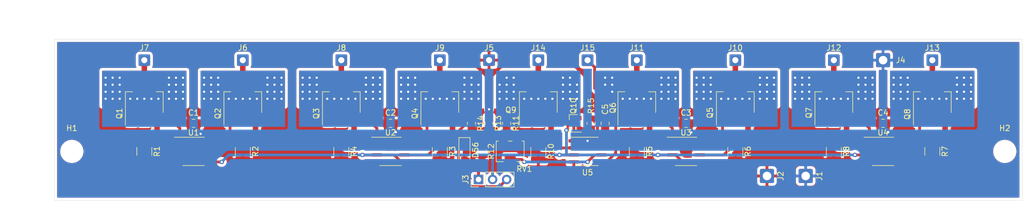
<source format=kicad_pcb>
(kicad_pcb (version 20171130) (host pcbnew "(5.1.12-1-10_14)")
  (layers (0 F.Cu signal) (31 B.Cu signal) (34 B.Paste user) (35 F.Paste user) (36 B.SilkS user) (37 F.SilkS user) (38 B.Mask user) (39 F.Mask user) (44 Edge.Cuts user))
  (net 0 "")
  (net 1 GND)
  (net 2 VCC)
  (net 3 /Vref)
  (net 4 "Net-(Q1-Pad1)")
  (net 5 "Net-(Q1-Pad3)")
  (net 6 "Net-(Q2-Pad1)")
  (net 7 "Net-(Q2-Pad3)")
  (net 8 "Net-(Q3-Pad1)")
  (net 9 "Net-(Q3-Pad3)")
  (net 10 "Net-(Q4-Pad1)")
  (net 11 "Net-(Q4-Pad3)")
  (net 12 "Net-(Q5-Pad1)")
  (net 13 "Net-(Q5-Pad3)")
  (net 14 "Net-(Q6-Pad1)")
  (net 15 "Net-(Q6-Pad3)")
  (net 16 "Net-(Q7-Pad1)")
  (net 17 "Net-(Q7-Pad3)")
  (net 18 "Net-(Q8-Pad1)")
  (net 19 "Net-(Q8-Pad3)")
  (net 20 "Net-(Q9-Pad1)")
  (net 21 "Net-(Q9-Pad3)")
  (net 22 "Net-(Q10-Pad1)")
  (net 23 "Net-(R11-Pad2)")
  (net 24 "Net-(R12-Pad1)")
  (net 25 "Net-(R15-Pad2)")
  (net 26 "Net-(RV1-Pad2)")
  (net 27 "Net-(J6-Pad1)")
  (net 28 "Net-(J7-Pad1)")
  (net 29 "Net-(J8-Pad1)")
  (net 30 "Net-(J9-Pad1)")
  (net 31 "Net-(J10-Pad1)")
  (net 32 "Net-(J11-Pad1)")
  (net 33 "Net-(J12-Pad1)")
  (net 34 "Net-(J13-Pad1)")
  (net 35 "Net-(J14-Pad1)")
  (net 36 /Vsense)
  (net 37 /Vz)
  (net 38 /Pot)
  (net 39 "Net-(Q3-Pad2)")
  (net 40 "Net-(Q4-Pad2)")
  (net 41 "Net-(Q5-Pad2)")
  (net 42 "Net-(Q6-Pad2)")
  (net 43 "Net-(Q7-Pad2)")
  (net 44 "Net-(Q8-Pad2)")
  (net 45 "Net-(Q9-Pad2)")
  (net 46 "Net-(Q1-Pad2)")
  (net 47 "Net-(Q2-Pad2)")
  (module Connector_Wire:SolderWire-0.5sqmm_1x01_D0.9mm_OD2.1mm (layer F.Cu) (at 151.765 85.09)
    (fp_text reference J15 (at 0 -2.25) (layer F.SilkS))
    (fp_text value Conn_01x01)
    (pad 1 thru_hole roundrect (at 0 0) (size 2.1 2.1) (drill 1.1) (layers *.Cu *.Mask) (roundrect_rratio 0.1190471428571429) (net 36 /Vsense))
  )
  (module Connector_Wire:SolderWire-0.5sqmm_1x01_D0.9mm_OD2.1mm (layer F.Cu) (at 142.875 85.09)
    (fp_text reference J14 (at 0 -2.25) (layer F.SilkS))
    (fp_text value Conn_01x01)
    (pad 1 thru_hole roundrect (at 0 0) (size 2.1 2.1) (drill 1.1) (layers *.Cu *.Mask) (roundrect_rratio 0.1190471428571429) (net 35 "Net-(J14-Pad1)"))
  )
  (module Connector_Wire:SolderWire-0.5sqmm_1x01_D0.9mm_OD2.1mm (layer F.Cu) (at 213.995 85.09)
    (fp_text reference J13 (at 0 -2.25) (layer F.SilkS))
    (fp_text value Conn_01x01)
    (pad 1 thru_hole roundrect (at 0 0) (size 2.1 2.1) (drill 1.1) (layers *.Cu *.Mask) (roundrect_rratio 0.1190471428571429) (net 34 "Net-(J13-Pad1)"))
  )
  (module Connector_Wire:SolderWire-0.5sqmm_1x01_D0.9mm_OD2.1mm (layer F.Cu) (at 196.215 85.09)
    (fp_text reference J12 (at 0 -2.25) (layer F.SilkS))
    (fp_text value Conn_01x01)
    (pad 1 thru_hole roundrect (at 0 0) (size 2.1 2.1) (drill 1.1) (layers *.Cu *.Mask) (roundrect_rratio 0.1190471428571429) (net 33 "Net-(J12-Pad1)"))
  )
  (module Connector_Wire:SolderWire-0.5sqmm_1x01_D0.9mm_OD2.1mm (layer F.Cu) (at 160.655 85.09)
    (fp_text reference J11 (at 0 -2.25) (layer F.SilkS))
    (fp_text value Conn_01x01)
    (pad 1 thru_hole roundrect (at 0 0) (size 2.1 2.1) (drill 1.1) (layers *.Cu *.Mask) (roundrect_rratio 0.1190471428571429) (net 32 "Net-(J11-Pad1)"))
  )
  (module Connector_Wire:SolderWire-0.5sqmm_1x01_D0.9mm_OD2.1mm (layer F.Cu) (at 178.435 85.09)
    (fp_text reference J10 (at 0 -2.25) (layer F.SilkS))
    (fp_text value Conn_01x01)
    (pad 1 thru_hole roundrect (at 0 0) (size 2.1 2.1) (drill 1.1) (layers *.Cu *.Mask) (roundrect_rratio 0.1190471428571429) (net 31 "Net-(J10-Pad1)"))
  )
  (module Connector_Wire:SolderWire-0.5sqmm_1x01_D0.9mm_OD2.1mm (layer F.Cu) (at 125.095 85.09)
    (fp_text reference J9 (at 0 -2.25) (layer F.SilkS))
    (fp_text value Conn_01x01)
    (pad 1 thru_hole roundrect (at 0 0) (size 2.1 2.1) (drill 1.1) (layers *.Cu *.Mask) (roundrect_rratio 0.1190471428571429) (net 30 "Net-(J9-Pad1)"))
  )
  (module Connector_Wire:SolderWire-0.5sqmm_1x01_D0.9mm_OD2.1mm (layer F.Cu) (at 107.315 85.09)
    (fp_text reference J8 (at 0 -2.25) (layer F.SilkS))
    (fp_text value Conn_01x01)
    (pad 1 thru_hole roundrect (at 0 0) (size 2.1 2.1) (drill 1.1) (layers *.Cu *.Mask) (roundrect_rratio 0.1190471428571429) (net 29 "Net-(J8-Pad1)"))
  )
  (module Connector_Wire:SolderWire-0.5sqmm_1x01_D0.9mm_OD2.1mm (layer F.Cu) (at 71.755 85.09)
    (fp_text reference J7 (at 0 -2.25) (layer F.SilkS))
    (fp_text value Conn_01x01)
    (pad 1 thru_hole roundrect (at 0 0) (size 2.1 2.1) (drill 1.1) (layers *.Cu *.Mask) (roundrect_rratio 0.1190471428571429) (net 28 "Net-(J7-Pad1)"))
  )
  (module Connector_Wire:SolderWire-0.5sqmm_1x01_D0.9mm_OD2.1mm (layer F.Cu) (at 89.535 85.09)
    (fp_text reference J6 (at 0 -2.25) (layer F.SilkS))
    (fp_text value Conn_01x01)
    (pad 1 thru_hole roundrect (at 0 0) (size 2.1 2.1) (drill 1.1) (layers *.Cu *.Mask) (roundrect_rratio 0.1190471428571429) (net 27 "Net-(J6-Pad1)"))
  )
  (module Connector_Wire:SolderWire-0.5sqmm_1x01_D0.9mm_OD2.1mm (layer F.Cu) (at 133.985 85.09)
    (fp_text reference J5 (at 0 -2.25) (layer F.SilkS))
    (fp_text value Conn_01x01)
    (pad 1 thru_hole roundrect (at 0 0) (size 2.1 2.1) (drill 1.1) (layers *.Cu *.Mask) (roundrect_rratio 0.1190471428571429) (net 1 GND))
  )
  (module Connector_Wire:SolderWire-0.75sqmm_1x01_D1.25mm_OD2.3mm (layer F.Cu) (at 205.105 85.09)
    (fp_text reference J4 (at 3.175 0) (layer F.SilkS))
    (fp_text value Conn_01x01)
    (pad 1 thru_hole roundrect (at 0 0) (size 2.55 2.55) (drill 1.55) (layers *.Cu *.Mask) (roundrect_rratio 0.09803882352941176) (net 2 VCC))
  )
  (module MountingHole:MountingHole_3.2mm_M3 (layer F.Cu) (at 227.076 101.6)
    (fp_text reference H2 (at 0 -4.2) (layer F.SilkS))
    (fp_text value MountingHole)
    (pad 1 np_thru_hole circle (at 0 0) (size 3.2 3.2) (drill 3.2) (layers *.Cu *.Mask))
  )
  (module MountingHole:MountingHole_3.2mm_M3 (layer F.Cu) (at 58.674 101.6)
    (fp_text reference H1 (at 0 -4.2) (layer F.SilkS))
    (fp_text value MountingHole)
    (pad 1 np_thru_hole circle (at 0 0) (size 3.2 3.2) (drill 3.2) (layers *.Cu *.Mask))
  )
  (module Connector_Wire:SolderWire-0.75sqmm_1x01_D1.25mm_OD2.3mm (layer F.Cu) (at 184.15 106.045 270)
    (fp_text reference J2 (at 0 -2.47 90) (layer F.SilkS))
    (fp_text value Conn_01x01)
    (pad 1 thru_hole roundrect (at 0 0 270) (size 2.55 2.55) (drill 1.55) (layers *.Cu *.Mask) (roundrect_rratio 0.09803882352941176) (net 1 GND))
  )
  (module Connector_Wire:SolderWire-0.75sqmm_1x01_D1.25mm_OD2.3mm (layer F.Cu) (at 191.135 106.045 270)
    (fp_text reference J1 (at 0 -2.47 90) (layer F.SilkS))
    (fp_text value Conn_01x01)
    (pad 1 thru_hole roundrect (at 0 0 270) (size 2.55 2.55) (drill 1.55) (layers *.Cu *.Mask) (roundrect_rratio 0.09803882352941176) (net 2 VCC))
  )
  (module Package_TO_SOT_SMD:SOT-223 (layer F.Cu) (at 142.875 92.71 90)
    (fp_text reference Q9 (at -1.397 -4.953 180) (layer F.SilkS))
    (fp_text value BCP56)
    (pad 1 smd rect (at -3.15 -2.3 90) (size 2 1.5) (layers F.Cu F.Paste F.Mask) (net 20 "Net-(Q9-Pad1)"))
    (pad 3 smd rect (at -3.15 2.3 90) (size 2 1.5) (layers F.Cu F.Paste F.Mask) (net 21 "Net-(Q9-Pad3)"))
    (pad 2 smd rect (at -3.15 0 90) (size 2 1.5) (layers F.Cu F.Paste F.Mask) (net 45 "Net-(Q9-Pad2)"))
    (pad 4 smd rect (at 3.15 0 90) (size 2 3.8) (layers F.Cu F.Paste F.Mask) (net 35 "Net-(J14-Pad1)"))
  )
  (module Package_TO_SOT_SMD:SOT-223 (layer F.Cu) (at 213.995 92.71 90)
    (fp_text reference Q8 (at -2.159 -4.5 90) (layer F.SilkS))
    (fp_text value BCP56)
    (pad 1 smd rect (at -3.15 -2.3 90) (size 2 1.5) (layers F.Cu F.Paste F.Mask) (net 18 "Net-(Q8-Pad1)"))
    (pad 3 smd rect (at -3.15 2.3 90) (size 2 1.5) (layers F.Cu F.Paste F.Mask) (net 19 "Net-(Q8-Pad3)"))
    (pad 2 smd rect (at -3.15 0 90) (size 2 1.5) (layers F.Cu F.Paste F.Mask) (net 44 "Net-(Q8-Pad2)"))
    (pad 4 smd rect (at 3.15 0 90) (size 2 3.8) (layers F.Cu F.Paste F.Mask) (net 34 "Net-(J13-Pad1)"))
  )
  (module Package_TO_SOT_SMD:SOT-223 (layer F.Cu) (at 196.215 92.71 90)
    (fp_text reference Q7 (at -1.905 -4.5 90) (layer F.SilkS))
    (fp_text value BCP56)
    (pad 1 smd rect (at -3.15 -2.3 90) (size 2 1.5) (layers F.Cu F.Paste F.Mask) (net 16 "Net-(Q7-Pad1)"))
    (pad 3 smd rect (at -3.15 2.3 90) (size 2 1.5) (layers F.Cu F.Paste F.Mask) (net 17 "Net-(Q7-Pad3)"))
    (pad 2 smd rect (at -3.15 0 90) (size 2 1.5) (layers F.Cu F.Paste F.Mask) (net 43 "Net-(Q7-Pad2)"))
    (pad 4 smd rect (at 3.15 0 90) (size 2 3.8) (layers F.Cu F.Paste F.Mask) (net 33 "Net-(J12-Pad1)"))
  )
  (module Package_TO_SOT_SMD:SOT-223 (layer F.Cu) (at 160.655 92.71 90)
    (fp_text reference Q6 (at -1.016 -4.318 90) (layer F.SilkS))
    (fp_text value BCP56)
    (pad 1 smd rect (at -3.15 -2.3 90) (size 2 1.5) (layers F.Cu F.Paste F.Mask) (net 14 "Net-(Q6-Pad1)"))
    (pad 3 smd rect (at -3.15 2.3 90) (size 2 1.5) (layers F.Cu F.Paste F.Mask) (net 15 "Net-(Q6-Pad3)"))
    (pad 2 smd rect (at -3.15 0 90) (size 2 1.5) (layers F.Cu F.Paste F.Mask) (net 42 "Net-(Q6-Pad2)"))
    (pad 4 smd rect (at 3.15 0 90) (size 2 3.8) (layers F.Cu F.Paste F.Mask) (net 32 "Net-(J11-Pad1)"))
  )
  (module Package_TO_SOT_SMD:SOT-223 (layer F.Cu) (at 178.435 92.71 90)
    (fp_text reference Q5 (at -1.905 -4.572 90) (layer F.SilkS))
    (fp_text value BCP56)
    (pad 1 smd rect (at -3.15 -2.3 90) (size 2 1.5) (layers F.Cu F.Paste F.Mask) (net 12 "Net-(Q5-Pad1)"))
    (pad 3 smd rect (at -3.15 2.3 90) (size 2 1.5) (layers F.Cu F.Paste F.Mask) (net 13 "Net-(Q5-Pad3)"))
    (pad 2 smd rect (at -3.15 0 90) (size 2 1.5) (layers F.Cu F.Paste F.Mask) (net 41 "Net-(Q5-Pad2)"))
    (pad 4 smd rect (at 3.15 0 90) (size 2 3.8) (layers F.Cu F.Paste F.Mask) (net 31 "Net-(J10-Pad1)"))
  )
  (module Package_TO_SOT_SMD:SOT-223 (layer F.Cu) (at 125.095 92.71 90)
    (fp_text reference Q4 (at -2.032 -4.5 90) (layer F.SilkS))
    (fp_text value BCP56)
    (pad 1 smd rect (at -3.15 -2.3 90) (size 2 1.5) (layers F.Cu F.Paste F.Mask) (net 10 "Net-(Q4-Pad1)"))
    (pad 3 smd rect (at -3.15 2.3 90) (size 2 1.5) (layers F.Cu F.Paste F.Mask) (net 11 "Net-(Q4-Pad3)"))
    (pad 2 smd rect (at -3.15 0 90) (size 2 1.5) (layers F.Cu F.Paste F.Mask) (net 40 "Net-(Q4-Pad2)"))
    (pad 4 smd rect (at 3.15 0 90) (size 2 3.8) (layers F.Cu F.Paste F.Mask) (net 30 "Net-(J9-Pad1)"))
  )
  (module Package_TO_SOT_SMD:SOT-223 (layer F.Cu) (at 107.315 92.71 90)
    (fp_text reference Q3 (at -2.032 -4.5 90) (layer F.SilkS))
    (fp_text value BCP56)
    (pad 1 smd rect (at -3.15 -2.3 90) (size 2 1.5) (layers F.Cu F.Paste F.Mask) (net 8 "Net-(Q3-Pad1)"))
    (pad 3 smd rect (at -3.15 2.3 90) (size 2 1.5) (layers F.Cu F.Paste F.Mask) (net 9 "Net-(Q3-Pad3)"))
    (pad 2 smd rect (at -3.15 0 90) (size 2 1.5) (layers F.Cu F.Paste F.Mask) (net 39 "Net-(Q3-Pad2)"))
    (pad 4 smd rect (at 3.15 0 90) (size 2 3.8) (layers F.Cu F.Paste F.Mask) (net 29 "Net-(J8-Pad1)"))
  )
  (module Package_TO_SOT_SMD:SOT-223 (layer F.Cu) (at 89.535 92.71 90)
    (fp_text reference Q2 (at -2.032 -4.5 90) (layer F.SilkS))
    (fp_text value BCP56)
    (pad 1 smd rect (at -3.15 -2.3 90) (size 2 1.5) (layers F.Cu F.Paste F.Mask) (net 6 "Net-(Q2-Pad1)"))
    (pad 3 smd rect (at -3.15 2.3 90) (size 2 1.5) (layers F.Cu F.Paste F.Mask) (net 7 "Net-(Q2-Pad3)"))
    (pad 2 smd rect (at -3.15 0 90) (size 2 1.5) (layers F.Cu F.Paste F.Mask) (net 47 "Net-(Q2-Pad2)"))
    (pad 4 smd rect (at 3.15 0 90) (size 2 3.8) (layers F.Cu F.Paste F.Mask) (net 27 "Net-(J6-Pad1)"))
  )
  (module Package_TO_SOT_SMD:SOT-223 (layer F.Cu) (at 71.755 92.71 90)
    (fp_text reference Q1 (at -2.032 -4.5 90) (layer F.SilkS))
    (fp_text value BCP56)
    (pad 1 smd rect (at -3.15 -2.3 90) (size 2 1.5) (layers F.Cu F.Paste F.Mask) (net 4 "Net-(Q1-Pad1)"))
    (pad 3 smd rect (at -3.15 2.3 90) (size 2 1.5) (layers F.Cu F.Paste F.Mask) (net 5 "Net-(Q1-Pad3)"))
    (pad 2 smd rect (at -3.15 0 90) (size 2 1.5) (layers F.Cu F.Paste F.Mask) (net 46 "Net-(Q1-Pad2)"))
    (pad 4 smd rect (at 3.15 0 90) (size 2 3.8) (layers F.Cu F.Paste F.Mask) (net 28 "Net-(J7-Pad1)"))
  )
  (module Connector_PinHeader_2.54mm:PinHeader_1x03_P2.54mm_Vertical (layer F.Cu) (at 132.08 106.68 90)
    (fp_text reference J3 (at 0 -2.33 90) (layer F.SilkS))
    (fp_text value Conn_01x03)
    (pad 3 thru_hole oval (at 0 5.08 90) (size 1.7 1.7) (drill 1) (layers *.Cu *.Mask) (net 38 /Pot))
    (pad 2 thru_hole oval (at 0 2.54 90) (size 1.7 1.7) (drill 1) (layers *.Cu *.Mask) (net 3 /Vref))
    (pad 1 thru_hole rect (at 0 0 90) (size 1.7 1.7) (drill 1) (layers *.Cu *.Mask) (net 1 GND))
  )
  (module Resistor_SMD:R_1210_3225Metric (layer F.Cu) (at 142.875 101.6 270)
    (fp_text reference R10 (at 0 -2.28 90) (layer F.SilkS))
    (fp_text value 1)
    (pad 2 smd roundrect (at 1.4625 0 270) (size 1.125 2.65) (layers F.Cu F.Paste F.Mask) (roundrect_rratio 0.2222204444444444) (net 1 GND))
    (pad 1 smd roundrect (at -1.4625 0 270) (size 1.125 2.65) (layers F.Cu F.Paste F.Mask) (roundrect_rratio 0.2222204444444444) (net 21 "Net-(Q9-Pad3)"))
  )
  (module Resistor_SMD:R_1210_3225Metric (layer F.Cu) (at 196.215 101.6 270)
    (fp_text reference R8 (at 0 -2.28 90) (layer F.SilkS))
    (fp_text value 1)
    (pad 2 smd roundrect (at 1.4625 0 270) (size 1.125 2.65) (layers F.Cu F.Paste F.Mask) (roundrect_rratio 0.2222204444444444) (net 1 GND))
    (pad 1 smd roundrect (at -1.4625 0 270) (size 1.125 2.65) (layers F.Cu F.Paste F.Mask) (roundrect_rratio 0.2222204444444444) (net 17 "Net-(Q7-Pad3)"))
  )
  (module Resistor_SMD:R_1210_3225Metric (layer F.Cu) (at 213.995 101.6 270)
    (fp_text reference R7 (at 0 -2.28 90) (layer F.SilkS))
    (fp_text value 1)
    (pad 2 smd roundrect (at 1.4625 0 270) (size 1.125 2.65) (layers F.Cu F.Paste F.Mask) (roundrect_rratio 0.2222204444444444) (net 1 GND))
    (pad 1 smd roundrect (at -1.4625 0 270) (size 1.125 2.65) (layers F.Cu F.Paste F.Mask) (roundrect_rratio 0.2222204444444444) (net 19 "Net-(Q8-Pad3)"))
  )
  (module Resistor_SMD:R_1210_3225Metric (layer F.Cu) (at 178.435 101.6 270)
    (fp_text reference R6 (at 0 -2.28 90) (layer F.SilkS))
    (fp_text value 1)
    (pad 2 smd roundrect (at 1.4625 0 270) (size 1.125 2.65) (layers F.Cu F.Paste F.Mask) (roundrect_rratio 0.2222204444444444) (net 1 GND))
    (pad 1 smd roundrect (at -1.4625 0 270) (size 1.125 2.65) (layers F.Cu F.Paste F.Mask) (roundrect_rratio 0.2222204444444444) (net 13 "Net-(Q5-Pad3)"))
  )
  (module Resistor_SMD:R_1210_3225Metric (layer F.Cu) (at 160.655 101.6 270)
    (fp_text reference R5 (at 0 -2.28 90) (layer F.SilkS))
    (fp_text value 1)
    (pad 2 smd roundrect (at 1.4625 0 270) (size 1.125 2.65) (layers F.Cu F.Paste F.Mask) (roundrect_rratio 0.2222204444444444) (net 1 GND))
    (pad 1 smd roundrect (at -1.4625 0 270) (size 1.125 2.65) (layers F.Cu F.Paste F.Mask) (roundrect_rratio 0.2222204444444444) (net 15 "Net-(Q6-Pad3)"))
  )
  (module Resistor_SMD:R_1210_3225Metric (layer F.Cu) (at 107.315 101.6 270)
    (fp_text reference R4 (at 0 -2.28 90) (layer F.SilkS))
    (fp_text value 1)
    (pad 2 smd roundrect (at 1.4625 0 270) (size 1.125 2.65) (layers F.Cu F.Paste F.Mask) (roundrect_rratio 0.2222204444444444) (net 1 GND))
    (pad 1 smd roundrect (at -1.4625 0 270) (size 1.125 2.65) (layers F.Cu F.Paste F.Mask) (roundrect_rratio 0.2222204444444444) (net 9 "Net-(Q3-Pad3)"))
  )
  (module Resistor_SMD:R_1210_3225Metric (layer F.Cu) (at 125.095 101.6 270)
    (fp_text reference R3 (at 0 -2.28 90) (layer F.SilkS))
    (fp_text value 1)
    (pad 2 smd roundrect (at 1.4625 0 270) (size 1.125 2.65) (layers F.Cu F.Paste F.Mask) (roundrect_rratio 0.2222204444444444) (net 1 GND))
    (pad 1 smd roundrect (at -1.4625 0 270) (size 1.125 2.65) (layers F.Cu F.Paste F.Mask) (roundrect_rratio 0.2222204444444444) (net 11 "Net-(Q4-Pad3)"))
  )
  (module Resistor_SMD:R_1210_3225Metric (layer F.Cu) (at 89.535 101.6 270)
    (fp_text reference R2 (at 0 -2.28 90) (layer F.SilkS))
    (fp_text value 1)
    (pad 2 smd roundrect (at 1.4625 0 270) (size 1.125 2.65) (layers F.Cu F.Paste F.Mask) (roundrect_rratio 0.2222204444444444) (net 1 GND))
    (pad 1 smd roundrect (at -1.4625 0 270) (size 1.125 2.65) (layers F.Cu F.Paste F.Mask) (roundrect_rratio 0.2222204444444444) (net 7 "Net-(Q2-Pad3)"))
  )
  (module Resistor_SMD:R_1210_3225Metric (layer F.Cu) (at 71.755 101.6 270)
    (fp_text reference R1 (at 0 -2.28 90) (layer F.SilkS))
    (fp_text value 1)
    (pad 2 smd roundrect (at 1.4625 0 270) (size 1.125 2.65) (layers F.Cu F.Paste F.Mask) (roundrect_rratio 0.2222204444444444) (net 1 GND))
    (pad 1 smd roundrect (at -1.4625 0 270) (size 1.125 2.65) (layers F.Cu F.Paste F.Mask) (roundrect_rratio 0.2222204444444444) (net 5 "Net-(Q1-Pad3)"))
  )
  (module Package_SO:SOIC-8_3.9x4.9mm_P1.27mm (layer F.Cu) (at 151.765 101.6)
    (fp_text reference U5 (at 0 3.81) (layer F.SilkS))
    (fp_text value LM358)
    (pad 8 smd roundrect (at 2.475 -1.905) (size 1.95 0.6) (layers F.Cu F.Paste F.Mask) (net 2 VCC))
    (pad 7 smd roundrect (at 2.475 -0.635) (size 1.95 0.6) (layers F.Cu F.Paste F.Mask) (net 25 "Net-(R15-Pad2)"))
    (pad 6 smd roundrect (at 2.475 0.635) (size 1.95 0.6) (layers F.Cu F.Paste F.Mask) (net 26 "Net-(RV1-Pad2)"))
    (pad 5 smd roundrect (at 2.475 1.905) (size 1.95 0.6) (layers F.Cu F.Paste F.Mask) (net 36 /Vsense))
    (pad 4 smd roundrect (at -2.475 1.905) (size 1.95 0.6) (layers F.Cu F.Paste F.Mask) (net 1 GND))
    (pad 3 smd roundrect (at -2.475 0.635) (size 1.95 0.6) (layers F.Cu F.Paste F.Mask) (net 3 /Vref))
    (pad 2 smd roundrect (at -2.475 -0.635) (size 1.95 0.6) (layers F.Cu F.Paste F.Mask) (net 21 "Net-(Q9-Pad3)"))
    (pad 1 smd roundrect (at -2.475 -1.905) (size 1.95 0.6) (layers F.Cu F.Paste F.Mask) (net 20 "Net-(Q9-Pad1)"))
  )
  (module Package_SO:SOIC-8_3.9x4.9mm_P1.27mm (layer F.Cu) (at 205.105 101.6)
    (fp_text reference U4 (at 0 -3.4) (layer F.SilkS))
    (fp_text value LM358)
    (pad 8 smd roundrect (at 2.475 -1.905) (size 1.95 0.6) (layers F.Cu F.Paste F.Mask) (net 2 VCC))
    (pad 7 smd roundrect (at 2.475 -0.635) (size 1.95 0.6) (layers F.Cu F.Paste F.Mask) (net 18 "Net-(Q8-Pad1)"))
    (pad 6 smd roundrect (at 2.475 0.635) (size 1.95 0.6) (layers F.Cu F.Paste F.Mask) (net 19 "Net-(Q8-Pad3)"))
    (pad 5 smd roundrect (at 2.475 1.905) (size 1.95 0.6) (layers F.Cu F.Paste F.Mask) (net 3 /Vref))
    (pad 4 smd roundrect (at -2.475 1.905) (size 1.95 0.6) (layers F.Cu F.Paste F.Mask) (net 1 GND))
    (pad 3 smd roundrect (at -2.475 0.635) (size 1.95 0.6) (layers F.Cu F.Paste F.Mask) (net 3 /Vref))
    (pad 2 smd roundrect (at -2.475 -0.635) (size 1.95 0.6) (layers F.Cu F.Paste F.Mask) (net 17 "Net-(Q7-Pad3)"))
    (pad 1 smd roundrect (at -2.475 -1.905) (size 1.95 0.6) (layers F.Cu F.Paste F.Mask) (net 16 "Net-(Q7-Pad1)"))
  )
  (module Package_SO:SOIC-8_3.9x4.9mm_P1.27mm (layer F.Cu) (at 169.545 101.6)
    (fp_text reference U3 (at 0 -3.4) (layer F.SilkS))
    (fp_text value LM358)
    (pad 8 smd roundrect (at 2.475 -1.905) (size 1.95 0.6) (layers F.Cu F.Paste F.Mask) (net 2 VCC))
    (pad 7 smd roundrect (at 2.475 -0.635) (size 1.95 0.6) (layers F.Cu F.Paste F.Mask) (net 12 "Net-(Q5-Pad1)"))
    (pad 6 smd roundrect (at 2.475 0.635) (size 1.95 0.6) (layers F.Cu F.Paste F.Mask) (net 13 "Net-(Q5-Pad3)"))
    (pad 5 smd roundrect (at 2.475 1.905) (size 1.95 0.6) (layers F.Cu F.Paste F.Mask) (net 3 /Vref))
    (pad 4 smd roundrect (at -2.475 1.905) (size 1.95 0.6) (layers F.Cu F.Paste F.Mask) (net 1 GND))
    (pad 3 smd roundrect (at -2.475 0.635) (size 1.95 0.6) (layers F.Cu F.Paste F.Mask) (net 3 /Vref))
    (pad 2 smd roundrect (at -2.475 -0.635) (size 1.95 0.6) (layers F.Cu F.Paste F.Mask) (net 15 "Net-(Q6-Pad3)"))
    (pad 1 smd roundrect (at -2.475 -1.905) (size 1.95 0.6) (layers F.Cu F.Paste F.Mask) (net 14 "Net-(Q6-Pad1)"))
  )
  (module Package_SO:SOIC-8_3.9x4.9mm_P1.27mm (layer F.Cu) (at 116.205 101.6)
    (fp_text reference U2 (at 0 -3.4) (layer F.SilkS))
    (fp_text value LM358)
    (pad 8 smd roundrect (at 2.475 -1.905) (size 1.95 0.6) (layers F.Cu F.Paste F.Mask) (net 2 VCC))
    (pad 7 smd roundrect (at 2.475 -0.635) (size 1.95 0.6) (layers F.Cu F.Paste F.Mask) (net 10 "Net-(Q4-Pad1)"))
    (pad 6 smd roundrect (at 2.475 0.635) (size 1.95 0.6) (layers F.Cu F.Paste F.Mask) (net 11 "Net-(Q4-Pad3)"))
    (pad 5 smd roundrect (at 2.475 1.905) (size 1.95 0.6) (layers F.Cu F.Paste F.Mask) (net 3 /Vref))
    (pad 4 smd roundrect (at -2.475 1.905) (size 1.95 0.6) (layers F.Cu F.Paste F.Mask) (net 1 GND))
    (pad 3 smd roundrect (at -2.475 0.635) (size 1.95 0.6) (layers F.Cu F.Paste F.Mask) (net 3 /Vref))
    (pad 2 smd roundrect (at -2.475 -0.635) (size 1.95 0.6) (layers F.Cu F.Paste F.Mask) (net 9 "Net-(Q3-Pad3)"))
    (pad 1 smd roundrect (at -2.475 -1.905) (size 1.95 0.6) (layers F.Cu F.Paste F.Mask) (net 8 "Net-(Q3-Pad1)"))
  )
  (module Package_SO:SOIC-8_3.9x4.9mm_P1.27mm (layer F.Cu) (at 80.645 101.6)
    (fp_text reference U1 (at 0 -3.4) (layer F.SilkS))
    (fp_text value LM358)
    (pad 8 smd roundrect (at 2.475 -1.905) (size 1.95 0.6) (layers F.Cu F.Paste F.Mask) (net 2 VCC))
    (pad 7 smd roundrect (at 2.475 -0.635) (size 1.95 0.6) (layers F.Cu F.Paste F.Mask) (net 6 "Net-(Q2-Pad1)"))
    (pad 6 smd roundrect (at 2.475 0.635) (size 1.95 0.6) (layers F.Cu F.Paste F.Mask) (net 7 "Net-(Q2-Pad3)"))
    (pad 5 smd roundrect (at 2.475 1.905) (size 1.95 0.6) (layers F.Cu F.Paste F.Mask) (net 3 /Vref))
    (pad 4 smd roundrect (at -2.475 1.905) (size 1.95 0.6) (layers F.Cu F.Paste F.Mask) (net 1 GND))
    (pad 3 smd roundrect (at -2.475 0.635) (size 1.95 0.6) (layers F.Cu F.Paste F.Mask) (net 3 /Vref))
    (pad 2 smd roundrect (at -2.475 -0.635) (size 1.95 0.6) (layers F.Cu F.Paste F.Mask) (net 5 "Net-(Q1-Pad3)"))
    (pad 1 smd roundrect (at -2.475 -1.905) (size 1.95 0.6) (layers F.Cu F.Paste F.Mask) (net 4 "Net-(Q1-Pad1)"))
  )
  (module Potentiometer_SMD:Potentiometer_Bourns_3214W_Vertical (layer F.Cu) (at 137.795 101.6)
    (fp_text reference RV1 (at 2.54 3.175) (layer F.SilkS))
    (fp_text value 500)
    (pad 3 smd rect (at -1.25 -1.45) (size 1.3 1.6) (layers F.Cu F.Paste F.Mask) (net 24 "Net-(R12-Pad1)"))
    (pad 2 smd rect (at 0 1.45) (size 2 1.6) (layers F.Cu F.Paste F.Mask) (net 26 "Net-(RV1-Pad2)"))
    (pad 1 smd rect (at 1.25 -1.45) (size 1.3 1.6) (layers F.Cu F.Paste F.Mask) (net 23 "Net-(R11-Pad2)"))
  )
  (module Resistor_SMD:R_0805_2012Metric (layer F.Cu) (at 152.4 96.52 90)
    (fp_text reference R15 (at 3.175 0 90) (layer F.SilkS))
    (fp_text value 10k)
    (pad 2 smd roundrect (at 0.9125 0 90) (size 1.025 1.4) (layers F.Cu F.Paste F.Mask) (roundrect_rratio 0.2439004878048781) (net 25 "Net-(R15-Pad2)"))
    (pad 1 smd roundrect (at -0.9125 0 90) (size 1.025 1.4) (layers F.Cu F.Paste F.Mask) (roundrect_rratio 0.2439004878048781) (net 22 "Net-(Q10-Pad1)"))
  )
  (module Resistor_SMD:R_0805_2012Metric (layer F.Cu) (at 130.81 96.52 270)
    (fp_text reference R14 (at 0 -1.65 90) (layer F.SilkS))
    (fp_text value 3k)
    (pad 2 smd roundrect (at 0.9125 0 270) (size 1.025 1.4) (layers F.Cu F.Paste F.Mask) (roundrect_rratio 0.2439004878048781) (net 37 /Vz))
    (pad 1 smd roundrect (at -0.9125 0 270) (size 1.025 1.4) (layers F.Cu F.Paste F.Mask) (roundrect_rratio 0.2439004878048781) (net 38 /Pot))
  )
  (module Resistor_SMD:R_0805_2012Metric (layer F.Cu) (at 133.985 96.52 270)
    (fp_text reference R13 (at 0 -1.65 90) (layer F.SilkS))
    (fp_text value 2.7k)
    (pad 2 smd roundrect (at 0.9125 0 270) (size 1.025 1.4) (layers F.Cu F.Paste F.Mask) (roundrect_rratio 0.2439004878048781) (net 37 /Vz))
    (pad 1 smd roundrect (at -0.9125 0 270) (size 1.025 1.4) (layers F.Cu F.Paste F.Mask) (roundrect_rratio 0.2439004878048781) (net 2 VCC))
  )
  (module Resistor_SMD:R_0805_2012Metric (layer F.Cu) (at 132.715 101.6 270)
    (fp_text reference R12 (at 0 -1.65 90) (layer F.SilkS))
    (fp_text value 2k)
    (pad 2 smd roundrect (at 0.9125 0 270) (size 1.025 1.4) (layers F.Cu F.Paste F.Mask) (roundrect_rratio 0.2439004878048781) (net 1 GND))
    (pad 1 smd roundrect (at -0.9125 0 270) (size 1.025 1.4) (layers F.Cu F.Paste F.Mask) (roundrect_rratio 0.2439004878048781) (net 24 "Net-(R12-Pad1)"))
  )
  (module Resistor_SMD:R_0805_2012Metric (layer F.Cu) (at 137.16 96.52 270)
    (fp_text reference R11 (at 0 -1.65 90) (layer F.SilkS))
    (fp_text value 9.1k)
    (pad 2 smd roundrect (at 0.9125 0 270) (size 1.025 1.4) (layers F.Cu F.Paste F.Mask) (roundrect_rratio 0.2439004878048781) (net 23 "Net-(R11-Pad2)"))
    (pad 1 smd roundrect (at -0.9125 0 270) (size 1.025 1.4) (layers F.Cu F.Paste F.Mask) (roundrect_rratio 0.2439004878048781) (net 37 /Vz))
  )
  (module Package_TO_SOT_SMD:SOT-23 (layer F.Cu) (at 149.225 96.52 180)
    (fp_text reference Q10 (at 0 3.175 270) (layer F.SilkS))
    (fp_text value BC848)
    (pad 3 smd rect (at 1 0 180) (size 0.9 0.8) (layers F.Cu F.Paste F.Mask) (net 3 /Vref))
    (pad 2 smd rect (at -1 0.95 180) (size 0.9 0.8) (layers F.Cu F.Paste F.Mask) (net 1 GND))
    (pad 1 smd rect (at -1 -0.95 180) (size 0.9 0.8) (layers F.Cu F.Paste F.Mask) (net 22 "Net-(Q10-Pad1)"))
  )
  (module Diode_SMD:D_SOD-123 (layer F.Cu) (at 129.54 101.345 270)
    (fp_text reference D56 (at 0 -2 90) (layer F.SilkS))
    (fp_text value BZT52Bxx)
    (pad 2 smd rect (at 1.65 0 270) (size 0.9 1.2) (layers F.Cu F.Paste F.Mask) (net 1 GND))
    (pad 1 smd rect (at -1.65 0 270) (size 0.9 1.2) (layers F.Cu F.Paste F.Mask) (net 37 /Vz))
  )
  (module Capacitor_SMD:C_0805_2012Metric (layer F.Cu) (at 154.94 96.52 90)
    (fp_text reference C5 (at 2.54 0 90) (layer F.SilkS))
    (fp_text value 100n)
    (pad 2 smd roundrect (at 0.95 0 90) (size 1 1.45) (layers F.Cu F.Paste F.Mask) (net 1 GND))
    (pad 1 smd roundrect (at -0.95 0 90) (size 1 1.45) (layers F.Cu F.Paste F.Mask) (net 2 VCC))
  )
  (module Capacitor_SMD:C_0805_2012Metric (layer F.Cu) (at 205.105 96.52 180)
    (fp_text reference C4 (at 0 1.905) (layer F.SilkS))
    (fp_text value 100n)
    (pad 2 smd roundrect (at 0.95 0 180) (size 1 1.45) (layers F.Cu F.Paste F.Mask) (net 1 GND))
    (pad 1 smd roundrect (at -0.95 0 180) (size 1 1.45) (layers F.Cu F.Paste F.Mask) (net 2 VCC))
  )
  (module Capacitor_SMD:C_0805_2012Metric (layer F.Cu) (at 169.545 96.52 180)
    (fp_text reference C3 (at 0 1.905) (layer F.SilkS))
    (fp_text value 100n)
    (pad 2 smd roundrect (at 0.95 0 180) (size 1 1.45) (layers F.Cu F.Paste F.Mask) (net 1 GND))
    (pad 1 smd roundrect (at -0.95 0 180) (size 1 1.45) (layers F.Cu F.Paste F.Mask) (net 2 VCC))
  )
  (module Capacitor_SMD:C_0805_2012Metric (layer F.Cu) (at 116.205 96.52 180)
    (fp_text reference C2 (at 0 1.905) (layer F.SilkS))
    (fp_text value 100n)
    (pad 2 smd roundrect (at 0.95 0 180) (size 1 1.45) (layers F.Cu F.Paste F.Mask) (net 1 GND))
    (pad 1 smd roundrect (at -0.95 0 180) (size 1 1.45) (layers F.Cu F.Paste F.Mask) (net 2 VCC))
  )
  (module Capacitor_SMD:C_0805_2012Metric (layer F.Cu) (at 80.645 96.52 180)
    (fp_text reference C1 (at 0 1.905) (layer F.SilkS))
    (fp_text value 100n)
    (pad 2 smd roundrect (at 0.95 0 180) (size 1 1.45) (layers F.Cu F.Paste F.Mask) (net 1 GND))
    (pad 1 smd roundrect (at -0.95 0 180) (size 1 1.45) (layers F.Cu F.Paste F.Mask) (net 2 VCC))
  )
  (gr_line (start 230.251 81.28) (end 230.251 110.49) (layer Edge.Cuts) (width 0.05))
  (gr_line (start 55.499 81.28) (end 230.251 81.28) (layer Edge.Cuts) (width 0.05))
  (gr_line (start 55.499 110.49) (end 55.499 81.28) (layer Edge.Cuts) (width 0.05))
  (gr_line (start 230.251 110.49) (end 55.499 110.49) (layer Edge.Cuts) (width 0.05))
  (via (at 81.915 98.425) (size 0.8) (drill 0.4) (layers F.Cu B.Cu) (net 2))
  (segment (start 170.495 98.17) (end 170.495 98.17) (width 0.5) (layer F.Cu) (net 2))
  (segment (start 170.495 96.52) (end 170.495 98.17) (width 0.5) (layer F.Cu) (net 2))
  (segment (start 206.055 98.17) (end 207.58 99.695) (width 0.5) (layer F.Cu) (net 2))
  (segment (start 206.055 96.52) (end 206.055 98.11) (width 0.5) (layer F.Cu) (net 2))
  (segment (start 133.985 95.6075) (end 133.985 93.98) (width 0.5) (layer F.Cu) (net 2))
  (segment (start 133.985 93.98) (end 133.985 93.98) (width 0.5) (layer F.Cu) (net 2))
  (via (at 133.985 93.98) (size 0.8) (drill 0.4) (layers F.Cu B.Cu) (net 2))
  (segment (start 154.24 99.695) (end 151.765 99.695) (width 0.5) (layer F.Cu) (net 2))
  (segment (start 151.765 99.695) (end 151.765 99.695) (width 0.5) (layer F.Cu) (net 2))
  (via (at 151.765 99.695) (size 0.8) (drill 0.4) (layers F.Cu B.Cu) (net 2))
  (segment (start 154.94 98.995) (end 154.24 99.695) (width 0.5) (layer F.Cu) (net 2))
  (segment (start 154.94 97.47) (end 154.94 98.995) (width 0.5) (layer F.Cu) (net 2))
  (segment (start 81.595 98.105) (end 81.915 98.425) (width 0.5) (layer F.Cu) (net 2))
  (segment (start 81.595 96.52) (end 81.595 98.105) (width 0.5) (layer F.Cu) (net 2))
  (segment (start 81.915 98.49) (end 83.12 99.695) (width 0.5) (layer F.Cu) (net 2))
  (segment (start 81.915 98.425) (end 81.915 98.49) (width 0.5) (layer F.Cu) (net 2))
  (segment (start 117.155 98.17) (end 118.68 99.695) (width 0.5) (layer F.Cu) (net 2))
  (segment (start 117.155 96.52) (end 117.155 98.11) (width 0.5) (layer F.Cu) (net 2))
  (segment (start 117.155 98.11) (end 117.155 98.17) (width 0.5) (layer F.Cu) (net 2))
  (via (at 117.155 98.11) (size 0.8) (drill 0.4) (layers F.Cu B.Cu) (net 2))
  (segment (start 170.495 98.17) (end 172.02 99.695) (width 0.5) (layer F.Cu) (net 2))
  (via (at 170.495 98.17) (size 0.8) (drill 0.4) (layers F.Cu B.Cu) (net 2))
  (segment (start 206.055 98.11) (end 206.055 98.17) (width 0.5) (layer F.Cu) (net 2))
  (via (at 206.055 98.11) (size 0.8) (drill 0.4) (layers F.Cu B.Cu) (net 2))
  (segment (start 78.17 102.235) (end 81.296456 102.235) (width 0.5) (layer F.Cu) (net 3))
  (via (at 146.685 102.235) (size 0.8) (drill 0.4) (layers F.Cu B.Cu) (net 3))
  (segment (start 149.29 102.235) (end 146.685 102.235) (width 0.5) (layer F.Cu) (net 3))
  (segment (start 202.63 102.235) (end 200.025 102.235) (width 0.5) (layer F.Cu) (net 3))
  (segment (start 82.566456 103.505) (end 83.12 103.505) (width 0.5) (layer F.Cu) (net 3))
  (segment (start 200.025 102.235) (end 164.465 102.235) (width 0.5) (layer B.Cu) (net 3))
  (segment (start 81.296456 102.235) (end 82.566456 103.505) (width 0.5) (layer F.Cu) (net 3))
  (segment (start 167.07 102.235) (end 164.465 102.235) (width 0.5) (layer F.Cu) (net 3))
  (via (at 200.025 102.235) (size 0.8) (drill 0.4) (layers F.Cu B.Cu) (net 3))
  (segment (start 204.453544 103.505) (end 203.183544 102.235) (width 0.5) (layer F.Cu) (net 3))
  (segment (start 203.183544 102.235) (end 202.63 102.235) (width 0.5) (layer F.Cu) (net 3))
  (segment (start 207.58 103.505) (end 204.453544 103.505) (width 0.5) (layer F.Cu) (net 3))
  (segment (start 167.64 102.235) (end 167.07 102.235) (width 0.5) (layer F.Cu) (net 3))
  (segment (start 172.02 103.505) (end 168.91 103.505) (width 0.5) (layer F.Cu) (net 3))
  (segment (start 168.91 103.505) (end 167.64 102.235) (width 0.5) (layer F.Cu) (net 3))
  (segment (start 118.126456 103.505) (end 118.68 103.505) (width 0.5) (layer F.Cu) (net 3))
  (segment (start 116.856456 102.235) (end 118.126456 103.505) (width 0.5) (layer F.Cu) (net 3))
  (segment (start 113.73 102.235) (end 116.856456 102.235) (width 0.5) (layer F.Cu) (net 3))
  (via (at 164.465 102.235) (size 0.8) (drill 0.4) (layers F.Cu B.Cu) (net 3))
  (segment (start 86.995 102.235) (end 85.725 103.505) (width 0.5) (layer B.Cu) (net 3))
  (segment (start 111.125 102.235) (end 86.995 102.235) (width 0.5) (layer B.Cu) (net 3))
  (via (at 85.725 103.505) (size 0.8) (drill 0.4) (layers F.Cu B.Cu) (net 3))
  (segment (start 85.725 103.505) (end 83.12 103.505) (width 0.5) (layer F.Cu) (net 3))
  (via (at 111.125 102.235) (size 0.8) (drill 0.4) (layers F.Cu B.Cu) (net 3))
  (segment (start 113.73 102.235) (end 111.125 102.235) (width 0.5) (layer F.Cu) (net 3))
  (segment (start 146.685 102.235) (end 146.05 102.235) (width 0.5) (layer B.Cu) (net 3))
  (segment (start 134.62 102.235) (end 111.125 102.235) (width 0.5) (layer B.Cu) (net 3))
  (segment (start 146.05 102.235) (end 134.62 102.235) (width 0.5) (layer B.Cu) (net 3))
  (segment (start 148.225 96.52) (end 148.225 97.52) (width 0.5) (layer F.Cu) (net 3))
  (segment (start 148.225 97.52) (end 147.955 97.79) (width 0.5) (layer F.Cu) (net 3))
  (segment (start 147.955 97.79) (end 147.955 97.79) (width 0.5) (layer F.Cu) (net 3))
  (via (at 147.955 97.79) (size 0.8) (drill 0.4) (layers F.Cu B.Cu) (net 3))
  (segment (start 147.955 97.79) (end 147.955 102.235) (width 0.5) (layer B.Cu) (net 3))
  (segment (start 147.955 102.235) (end 146.685 102.235) (width 0.5) (layer B.Cu) (net 3))
  (segment (start 164.465 102.235) (end 147.955 102.235) (width 0.5) (layer B.Cu) (net 3))
  (segment (start 134.62 102.235) (end 134.62 106.68) (width 0.5) (layer B.Cu) (net 3))
  (segment (start 75.165001 94.409999) (end 78.17 97.414998) (width 0.5) (layer F.Cu) (net 4))
  (segment (start 70.644999 94.409999) (end 75.165001 94.409999) (width 0.5) (layer F.Cu) (net 4))
  (segment (start 78.17 97.414998) (end 78.17 99.695) (width 0.5) (layer F.Cu) (net 4))
  (segment (start 69.455 95.599998) (end 70.644999 94.409999) (width 0.5) (layer F.Cu) (net 4))
  (segment (start 69.455 95.86) (end 69.455 95.599998) (width 0.5) (layer F.Cu) (net 4))
  (segment (start 74.055 97.8375) (end 71.755 100.1375) (width 1) (layer F.Cu) (net 5))
  (segment (start 74.055 95.86) (end 74.055 97.8375) (width 1) (layer F.Cu) (net 5))
  (segment (start 72.5825 100.965) (end 71.755 100.1375) (width 0.5) (layer F.Cu) (net 5))
  (segment (start 78.17 100.965) (end 72.5825 100.965) (width 0.5) (layer F.Cu) (net 5))
  (segment (start 87.235 97.825) (end 87.235 95.86) (width 0.5) (layer F.Cu) (net 6))
  (segment (start 84.095 100.965) (end 87.235 97.825) (width 0.5) (layer F.Cu) (net 6))
  (segment (start 83.12 100.965) (end 84.095 100.965) (width 0.5) (layer F.Cu) (net 6))
  (segment (start 91.835 97.8375) (end 89.535 100.1375) (width 1) (layer F.Cu) (net 7))
  (segment (start 91.835 95.86) (end 91.835 97.8375) (width 1) (layer F.Cu) (net 7))
  (segment (start 86.1925 100.1375) (end 89.535 100.1375) (width 0.5) (layer F.Cu) (net 7))
  (segment (start 84.095 102.235) (end 86.1925 100.1375) (width 0.5) (layer F.Cu) (net 7))
  (segment (start 83.12 102.235) (end 84.095 102.235) (width 0.5) (layer F.Cu) (net 7))
  (segment (start 106.204999 94.409999) (end 110.725001 94.409999) (width 0.5) (layer F.Cu) (net 8))
  (segment (start 113.73 97.414998) (end 113.73 99.695) (width 0.5) (layer F.Cu) (net 8))
  (segment (start 105.015 95.599998) (end 106.204999 94.409999) (width 0.5) (layer F.Cu) (net 8))
  (segment (start 110.725001 94.409999) (end 113.73 97.414998) (width 0.5) (layer F.Cu) (net 8))
  (segment (start 105.015 95.86) (end 105.015 95.599998) (width 0.5) (layer F.Cu) (net 8))
  (segment (start 109.615 97.8375) (end 107.315 100.1375) (width 1) (layer F.Cu) (net 9))
  (segment (start 109.615 95.86) (end 109.615 97.8375) (width 1) (layer F.Cu) (net 9))
  (segment (start 108.1425 100.965) (end 107.315 100.1375) (width 0.5) (layer F.Cu) (net 9))
  (segment (start 113.73 100.965) (end 108.1425 100.965) (width 0.5) (layer F.Cu) (net 9))
  (segment (start 122.795 97.825) (end 122.795 95.86) (width 0.5) (layer F.Cu) (net 10))
  (segment (start 119.655 100.965) (end 122.795 97.825) (width 0.5) (layer F.Cu) (net 10))
  (segment (start 118.68 100.965) (end 119.655 100.965) (width 0.5) (layer F.Cu) (net 10))
  (segment (start 127.395 97.8375) (end 125.095 100.1375) (width 1) (layer F.Cu) (net 11))
  (segment (start 127.395 95.86) (end 127.395 97.8375) (width 1) (layer F.Cu) (net 11))
  (segment (start 122.9975 102.235) (end 125.095 100.1375) (width 0.5) (layer F.Cu) (net 11))
  (segment (start 118.68 102.235) (end 122.9975 102.235) (width 0.5) (layer F.Cu) (net 11))
  (segment (start 172.995 100.965) (end 176.135 97.825) (width 0.5) (layer F.Cu) (net 12))
  (segment (start 176.135 97.825) (end 176.135 95.86) (width 0.5) (layer F.Cu) (net 12))
  (segment (start 172.02 100.965) (end 172.995 100.965) (width 0.5) (layer F.Cu) (net 12))
  (segment (start 180.735 97.8375) (end 178.435 100.1375) (width 1) (layer F.Cu) (net 13))
  (segment (start 180.735 95.86) (end 180.735 97.8375) (width 1) (layer F.Cu) (net 13))
  (segment (start 176.3375 102.235) (end 178.435 100.1375) (width 0.5) (layer F.Cu) (net 13))
  (segment (start 172.02 102.235) (end 176.3375 102.235) (width 0.5) (layer F.Cu) (net 13))
  (segment (start 167.07 97.414998) (end 167.07 99.695) (width 0.5) (layer F.Cu) (net 14))
  (segment (start 164.065001 94.409999) (end 167.07 97.414998) (width 0.5) (layer F.Cu) (net 14))
  (segment (start 159.544999 94.409999) (end 164.065001 94.409999) (width 0.5) (layer F.Cu) (net 14))
  (segment (start 158.355 95.599998) (end 159.544999 94.409999) (width 0.5) (layer F.Cu) (net 14))
  (segment (start 158.355 95.86) (end 158.355 95.599998) (width 0.5) (layer F.Cu) (net 14))
  (segment (start 162.955 97.8375) (end 160.655 100.1375) (width 1) (layer F.Cu) (net 15))
  (segment (start 162.955 95.86) (end 162.955 97.8375) (width 1) (layer F.Cu) (net 15))
  (segment (start 161.4825 100.965) (end 160.655 100.1375) (width 0.5) (layer F.Cu) (net 15))
  (segment (start 167.07 100.965) (end 161.4825 100.965) (width 0.5) (layer F.Cu) (net 15))
  (segment (start 199.625001 94.409999) (end 195.104999 94.409999) (width 0.5) (layer F.Cu) (net 16))
  (segment (start 193.915 95.599998) (end 193.915 95.86) (width 0.5) (layer F.Cu) (net 16))
  (segment (start 202.63 97.414998) (end 199.625001 94.409999) (width 0.5) (layer F.Cu) (net 16))
  (segment (start 195.104999 94.409999) (end 193.915 95.599998) (width 0.5) (layer F.Cu) (net 16))
  (segment (start 202.63 99.695) (end 202.63 97.414998) (width 0.5) (layer F.Cu) (net 16))
  (segment (start 198.515 97.8375) (end 196.215 100.1375) (width 1) (layer F.Cu) (net 17))
  (segment (start 198.515 95.86) (end 198.515 97.8375) (width 1) (layer F.Cu) (net 17))
  (segment (start 197.0425 100.965) (end 196.215 100.1375) (width 0.5) (layer F.Cu) (net 17))
  (segment (start 202.63 100.965) (end 197.0425 100.965) (width 0.5) (layer F.Cu) (net 17))
  (segment (start 211.695 97.825) (end 211.695 95.86) (width 0.5) (layer F.Cu) (net 18))
  (segment (start 208.555 100.965) (end 211.695 97.825) (width 0.5) (layer F.Cu) (net 18))
  (segment (start 207.58 100.965) (end 208.555 100.965) (width 0.5) (layer F.Cu) (net 18))
  (segment (start 216.295 97.8375) (end 213.995 100.1375) (width 1) (layer F.Cu) (net 19))
  (segment (start 216.295 95.86) (end 216.295 97.8375) (width 1) (layer F.Cu) (net 19))
  (segment (start 211.8975 102.235) (end 213.995 100.1375) (width 0.5) (layer F.Cu) (net 19))
  (segment (start 207.58 102.235) (end 211.8975 102.235) (width 0.5) (layer F.Cu) (net 19))
  (segment (start 140.575 95.599998) (end 140.575 95.86) (width 0.5) (layer F.Cu) (net 20))
  (segment (start 141.764999 94.409999) (end 140.575 95.599998) (width 0.5) (layer F.Cu) (net 20))
  (segment (start 149.29 95.924998) (end 147.775001 94.409999) (width 0.5) (layer F.Cu) (net 20))
  (segment (start 147.775001 94.409999) (end 141.764999 94.409999) (width 0.5) (layer F.Cu) (net 20))
  (segment (start 149.29 99.695) (end 149.29 95.924998) (width 0.5) (layer F.Cu) (net 20))
  (segment (start 145.175 97.8375) (end 142.875 100.1375) (width 1) (layer F.Cu) (net 21))
  (segment (start 145.175 95.86) (end 145.175 97.8375) (width 1) (layer F.Cu) (net 21))
  (segment (start 143.7025 100.965) (end 142.875 100.1375) (width 0.5) (layer F.Cu) (net 21))
  (segment (start 149.29 100.965) (end 143.7025 100.965) (width 0.5) (layer F.Cu) (net 21))
  (segment (start 152.3625 97.47) (end 152.4 97.4325) (width 0.5) (layer F.Cu) (net 22))
  (segment (start 150.225 97.47) (end 152.3625 97.47) (width 0.5) (layer F.Cu) (net 22))
  (segment (start 137.16 98.265) (end 139.045 100.15) (width 0.5) (layer F.Cu) (net 23))
  (segment (start 137.16 97.4325) (end 137.16 98.265) (width 0.5) (layer F.Cu) (net 23))
  (segment (start 136.0075 100.6875) (end 136.545 100.15) (width 0.5) (layer F.Cu) (net 24))
  (segment (start 132.715 100.6875) (end 136.0075 100.6875) (width 0.5) (layer F.Cu) (net 24))
  (segment (start 153.139956 98.39501) (end 153.55001 97.984956) (width 0.5) (layer F.Cu) (net 25))
  (segment (start 153.55001 96.75751) (end 152.4 95.6075) (width 0.5) (layer F.Cu) (net 25))
  (segment (start 150.914999 100.103001) (end 150.914999 99.286999) (width 0.5) (layer F.Cu) (net 25))
  (segment (start 150.914999 99.286999) (end 151.806988 98.39501) (width 0.5) (layer F.Cu) (net 25))
  (segment (start 151.776998 100.965) (end 150.914999 100.103001) (width 0.5) (layer F.Cu) (net 25))
  (segment (start 153.55001 97.984956) (end 153.55001 96.75751) (width 0.5) (layer F.Cu) (net 25))
  (segment (start 151.806988 98.39501) (end 153.139956 98.39501) (width 0.5) (layer F.Cu) (net 25))
  (segment (start 154.24 100.965) (end 151.776998 100.965) (width 0.5) (layer F.Cu) (net 25))
  (segment (start 137.795 103.05) (end 139.88 103.05) (width 0.5) (layer F.Cu) (net 26))
  (segment (start 139.88 103.05) (end 140.335 103.505) (width 0.5) (layer F.Cu) (net 26))
  (segment (start 140.335 103.505) (end 140.335 103.505) (width 0.5) (layer F.Cu) (net 26))
  (via (at 140.335 103.505) (size 0.8) (drill 0.4) (layers F.Cu B.Cu) (net 26))
  (segment (start 154.24 102.235) (end 153.035 102.235) (width 0.5) (layer F.Cu) (net 26))
  (segment (start 153.035 102.235) (end 151.765 103.505) (width 0.5) (layer F.Cu) (net 26))
  (segment (start 151.765 103.505) (end 151.765 103.505) (width 0.5) (layer F.Cu) (net 26))
  (via (at 151.765 103.505) (size 0.8) (drill 0.4) (layers F.Cu B.Cu) (net 26))
  (segment (start 151.765 103.505) (end 140.335 103.505) (width 0.5) (layer B.Cu) (net 26))
  (segment (start 89.535 85.09) (end 89.535 89.56) (width 1) (layer F.Cu) (net 27))
  (via (at 86.995 92.075) (size 0.8) (drill 0.4) (layers F.Cu B.Cu) (net 27))
  (via (at 88.265 92.075) (size 0.8) (drill 0.4) (layers F.Cu B.Cu) (net 27))
  (via (at 89.535 92.075) (size 0.8) (drill 0.4) (layers F.Cu B.Cu) (net 27))
  (via (at 90.805 92.075) (size 0.8) (drill 0.4) (layers F.Cu B.Cu) (net 27))
  (via (at 92.075 92.075) (size 0.8) (drill 0.4) (layers F.Cu B.Cu) (net 27))
  (via (at 93.98 88.265) (size 0.8) (drill 0.4) (layers F.Cu B.Cu) (net 27))
  (via (at 95.25 88.265) (size 0.8) (drill 0.4) (layers F.Cu B.Cu) (net 27))
  (via (at 96.52 88.265) (size 0.8) (drill 0.4) (layers F.Cu B.Cu) (net 27))
  (via (at 96.52 89.535) (size 0.8) (drill 0.4) (layers F.Cu B.Cu) (net 27))
  (via (at 95.25 89.535) (size 0.8) (drill 0.4) (layers F.Cu B.Cu) (net 27))
  (via (at 93.98 89.535) (size 0.8) (drill 0.4) (layers F.Cu B.Cu) (net 27))
  (via (at 93.98 90.805) (size 0.8) (drill 0.4) (layers F.Cu B.Cu) (net 27))
  (via (at 95.25 90.805) (size 0.8) (drill 0.4) (layers F.Cu B.Cu) (net 27))
  (via (at 96.52 90.805) (size 0.8) (drill 0.4) (layers F.Cu B.Cu) (net 27))
  (via (at 96.52 92.075) (size 0.8) (drill 0.4) (layers F.Cu B.Cu) (net 27))
  (via (at 95.25 92.075) (size 0.8) (drill 0.4) (layers F.Cu B.Cu) (net 27))
  (via (at 93.98 92.075) (size 0.8) (drill 0.4) (layers F.Cu B.Cu) (net 27))
  (via (at 85.09 88.265) (size 0.8) (drill 0.4) (layers F.Cu B.Cu) (net 27))
  (via (at 83.82 88.265) (size 0.8) (drill 0.4) (layers F.Cu B.Cu) (net 27))
  (via (at 82.55 88.265) (size 0.8) (drill 0.4) (layers F.Cu B.Cu) (net 27))
  (via (at 82.55 89.535) (size 0.8) (drill 0.4) (layers F.Cu B.Cu) (net 27))
  (via (at 83.82 89.535) (size 0.8) (drill 0.4) (layers F.Cu B.Cu) (net 27))
  (via (at 85.09 89.535) (size 0.8) (drill 0.4) (layers F.Cu B.Cu) (net 27))
  (via (at 82.55 90.805) (size 0.8) (drill 0.4) (layers F.Cu B.Cu) (net 27))
  (via (at 83.82 90.805) (size 0.8) (drill 0.4) (layers F.Cu B.Cu) (net 27))
  (via (at 85.09 90.805) (size 0.8) (drill 0.4) (layers F.Cu B.Cu) (net 27))
  (via (at 82.55 92.075) (size 0.8) (drill 0.4) (layers F.Cu B.Cu) (net 27))
  (via (at 83.82 92.075) (size 0.8) (drill 0.4) (layers F.Cu B.Cu) (net 27))
  (via (at 85.09 92.075) (size 0.8) (drill 0.4) (layers F.Cu B.Cu) (net 27))
  (segment (start 71.755 85.09) (end 71.755 89.56) (width 1) (layer F.Cu) (net 28))
  (via (at 69.215 92.075) (size 0.8) (drill 0.4) (layers F.Cu B.Cu) (net 28))
  (via (at 70.485 92.075) (size 0.8) (drill 0.4) (layers F.Cu B.Cu) (net 28))
  (via (at 71.755 92.075) (size 0.8) (drill 0.4) (layers F.Cu B.Cu) (net 28))
  (via (at 73.025 92.075) (size 0.8) (drill 0.4) (layers F.Cu B.Cu) (net 28))
  (via (at 74.295 92.075) (size 0.8) (drill 0.4) (layers F.Cu B.Cu) (net 28))
  (via (at 76.2 88.265) (size 0.8) (drill 0.4) (layers F.Cu B.Cu) (net 28))
  (via (at 77.47 88.265) (size 0.8) (drill 0.4) (layers F.Cu B.Cu) (net 28))
  (via (at 78.74 88.265) (size 0.8) (drill 0.4) (layers F.Cu B.Cu) (net 28))
  (via (at 76.2 89.535) (size 0.8) (drill 0.4) (layers F.Cu B.Cu) (net 28))
  (via (at 77.47 89.535) (size 0.8) (drill 0.4) (layers F.Cu B.Cu) (net 28))
  (via (at 78.74 89.535) (size 0.8) (drill 0.4) (layers F.Cu B.Cu) (net 28))
  (via (at 76.2 90.805) (size 0.8) (drill 0.4) (layers F.Cu B.Cu) (net 28))
  (via (at 77.47 90.805) (size 0.8) (drill 0.4) (layers F.Cu B.Cu) (net 28))
  (via (at 78.74 90.805) (size 0.8) (drill 0.4) (layers F.Cu B.Cu) (net 28))
  (via (at 76.2 92.075) (size 0.8) (drill 0.4) (layers F.Cu B.Cu) (net 28))
  (via (at 77.47 92.075) (size 0.8) (drill 0.4) (layers F.Cu B.Cu) (net 28))
  (via (at 78.74 92.075) (size 0.8) (drill 0.4) (layers F.Cu B.Cu) (net 28))
  (via (at 67.31 88.265) (size 0.8) (drill 0.4) (layers F.Cu B.Cu) (net 28))
  (via (at 66.04 88.265) (size 0.8) (drill 0.4) (layers F.Cu B.Cu) (net 28))
  (via (at 64.77 88.265) (size 0.8) (drill 0.4) (layers F.Cu B.Cu) (net 28))
  (via (at 64.77 89.535) (size 0.8) (drill 0.4) (layers F.Cu B.Cu) (net 28))
  (via (at 66.04 89.535) (size 0.8) (drill 0.4) (layers F.Cu B.Cu) (net 28))
  (via (at 67.31 89.535) (size 0.8) (drill 0.4) (layers F.Cu B.Cu) (net 28))
  (via (at 67.31 90.805) (size 0.8) (drill 0.4) (layers F.Cu B.Cu) (net 28))
  (via (at 66.04 90.805) (size 0.8) (drill 0.4) (layers F.Cu B.Cu) (net 28))
  (via (at 64.77 90.805) (size 0.8) (drill 0.4) (layers F.Cu B.Cu) (net 28))
  (via (at 64.77 92.075) (size 0.8) (drill 0.4) (layers F.Cu B.Cu) (net 28))
  (via (at 66.04 92.075) (size 0.8) (drill 0.4) (layers F.Cu B.Cu) (net 28))
  (via (at 67.31 92.075) (size 0.8) (drill 0.4) (layers F.Cu B.Cu) (net 28))
  (segment (start 107.315 89.56) (end 107.315 85.09) (width 1) (layer F.Cu) (net 29))
  (via (at 100.33 88.265) (size 0.8) (drill 0.4) (layers F.Cu B.Cu) (net 29))
  (via (at 101.6 88.265) (size 0.8) (drill 0.4) (layers F.Cu B.Cu) (net 29))
  (via (at 102.87 88.265) (size 0.8) (drill 0.4) (layers F.Cu B.Cu) (net 29))
  (via (at 100.33 89.535) (size 0.8) (drill 0.4) (layers F.Cu B.Cu) (net 29))
  (via (at 101.6 89.535) (size 0.8) (drill 0.4) (layers F.Cu B.Cu) (net 29))
  (via (at 102.87 89.535) (size 0.8) (drill 0.4) (layers F.Cu B.Cu) (net 29))
  (via (at 100.33 90.805) (size 0.8) (drill 0.4) (layers F.Cu B.Cu) (net 29))
  (via (at 101.6 90.805) (size 0.8) (drill 0.4) (layers F.Cu B.Cu) (net 29))
  (via (at 102.87 90.805) (size 0.8) (drill 0.4) (layers F.Cu B.Cu) (net 29))
  (via (at 100.33 92.075) (size 0.8) (drill 0.4) (layers F.Cu B.Cu) (net 29))
  (via (at 101.6 92.075) (size 0.8) (drill 0.4) (layers F.Cu B.Cu) (net 29))
  (via (at 102.87 92.075) (size 0.8) (drill 0.4) (layers F.Cu B.Cu) (net 29))
  (via (at 111.76 88.265) (size 0.8) (drill 0.4) (layers F.Cu B.Cu) (net 29))
  (via (at 113.03 88.265) (size 0.8) (drill 0.4) (layers F.Cu B.Cu) (net 29))
  (via (at 114.3 88.265) (size 0.8) (drill 0.4) (layers F.Cu B.Cu) (net 29))
  (via (at 111.76 89.535) (size 0.8) (drill 0.4) (layers F.Cu B.Cu) (net 29))
  (via (at 113.03 89.535) (size 0.8) (drill 0.4) (layers F.Cu B.Cu) (net 29))
  (via (at 114.3 89.535) (size 0.8) (drill 0.4) (layers F.Cu B.Cu) (net 29))
  (via (at 111.76 90.805) (size 0.8) (drill 0.4) (layers F.Cu B.Cu) (net 29))
  (via (at 113.03 90.805) (size 0.8) (drill 0.4) (layers F.Cu B.Cu) (net 29))
  (via (at 114.3 90.805) (size 0.8) (drill 0.4) (layers F.Cu B.Cu) (net 29))
  (via (at 111.76 92.075) (size 0.8) (drill 0.4) (layers F.Cu B.Cu) (net 29))
  (via (at 113.03 92.075) (size 0.8) (drill 0.4) (layers F.Cu B.Cu) (net 29))
  (via (at 114.3 92.075) (size 0.8) (drill 0.4) (layers F.Cu B.Cu) (net 29))
  (via (at 104.775 92.075) (size 0.8) (drill 0.4) (layers F.Cu B.Cu) (net 29))
  (via (at 106.045 92.075) (size 0.8) (drill 0.4) (layers F.Cu B.Cu) (net 29))
  (via (at 107.315 92.075) (size 0.8) (drill 0.4) (layers F.Cu B.Cu) (net 29))
  (via (at 108.585 92.075) (size 0.8) (drill 0.4) (layers F.Cu B.Cu) (net 29))
  (via (at 109.855 92.075) (size 0.8) (drill 0.4) (layers F.Cu B.Cu) (net 29))
  (segment (start 125.095 85.09) (end 125.095 89.56) (width 1) (layer F.Cu) (net 30))
  (via (at 118.11 88.265) (size 0.8) (drill 0.4) (layers F.Cu B.Cu) (net 30))
  (via (at 119.38 88.265) (size 0.8) (drill 0.4) (layers F.Cu B.Cu) (net 30))
  (via (at 120.65 88.265) (size 0.8) (drill 0.4) (layers F.Cu B.Cu) (net 30))
  (via (at 118.11 89.535) (size 0.8) (drill 0.4) (layers F.Cu B.Cu) (net 30))
  (via (at 119.38 89.535) (size 0.8) (drill 0.4) (layers F.Cu B.Cu) (net 30))
  (via (at 120.65 89.535) (size 0.8) (drill 0.4) (layers F.Cu B.Cu) (net 30))
  (via (at 118.11 90.805) (size 0.8) (drill 0.4) (layers F.Cu B.Cu) (net 30))
  (via (at 119.38 90.805) (size 0.8) (drill 0.4) (layers F.Cu B.Cu) (net 30))
  (via (at 120.65 90.805) (size 0.8) (drill 0.4) (layers F.Cu B.Cu) (net 30))
  (via (at 118.11 92.075) (size 0.8) (drill 0.4) (layers F.Cu B.Cu) (net 30))
  (via (at 119.38 92.075) (size 0.8) (drill 0.4) (layers F.Cu B.Cu) (net 30))
  (via (at 120.65 92.075) (size 0.8) (drill 0.4) (layers F.Cu B.Cu) (net 30))
  (via (at 129.54 88.265) (size 0.8) (drill 0.4) (layers F.Cu B.Cu) (net 30))
  (via (at 130.81 88.265) (size 0.8) (drill 0.4) (layers F.Cu B.Cu) (net 30))
  (via (at 129.54 89.535) (size 0.8) (drill 0.4) (layers F.Cu B.Cu) (net 30))
  (via (at 130.81 89.535) (size 0.8) (drill 0.4) (layers F.Cu B.Cu) (net 30))
  (via (at 132.08 89.535) (size 0.8) (drill 0.4) (layers F.Cu B.Cu) (net 30))
  (via (at 129.54 90.805) (size 0.8) (drill 0.4) (layers F.Cu B.Cu) (net 30))
  (via (at 130.81 90.805) (size 0.8) (drill 0.4) (layers F.Cu B.Cu) (net 30))
  (via (at 132.08 90.805) (size 0.8) (drill 0.4) (layers F.Cu B.Cu) (net 30))
  (via (at 129.54 92.075) (size 0.8) (drill 0.4) (layers F.Cu B.Cu) (net 30))
  (via (at 130.81 92.075) (size 0.8) (drill 0.4) (layers F.Cu B.Cu) (net 30))
  (via (at 132.08 92.075) (size 0.8) (drill 0.4) (layers F.Cu B.Cu) (net 30))
  (via (at 122.555 92.075) (size 0.8) (drill 0.4) (layers F.Cu B.Cu) (net 30))
  (via (at 123.825 92.075) (size 0.8) (drill 0.4) (layers F.Cu B.Cu) (net 30))
  (via (at 125.095 92.075) (size 0.8) (drill 0.4) (layers F.Cu B.Cu) (net 30))
  (via (at 126.365 92.075) (size 0.8) (drill 0.4) (layers F.Cu B.Cu) (net 30))
  (via (at 127.635 92.075) (size 0.8) (drill 0.4) (layers F.Cu B.Cu) (net 30))
  (segment (start 178.435 85.09) (end 178.435 89.56) (width 1) (layer F.Cu) (net 31))
  (via (at 171.45 88.265) (size 0.8) (drill 0.4) (layers F.Cu B.Cu) (net 31))
  (via (at 172.72 88.265) (size 0.8) (drill 0.4) (layers F.Cu B.Cu) (net 31))
  (via (at 173.99 88.265) (size 0.8) (drill 0.4) (layers F.Cu B.Cu) (net 31))
  (via (at 171.45 89.535) (size 0.8) (drill 0.4) (layers F.Cu B.Cu) (net 31))
  (via (at 172.72 89.535) (size 0.8) (drill 0.4) (layers F.Cu B.Cu) (net 31))
  (via (at 173.99 89.535) (size 0.8) (drill 0.4) (layers F.Cu B.Cu) (net 31))
  (via (at 171.45 90.805) (size 0.8) (drill 0.4) (layers F.Cu B.Cu) (net 31))
  (via (at 172.72 90.805) (size 0.8) (drill 0.4) (layers F.Cu B.Cu) (net 31))
  (via (at 173.99 90.805) (size 0.8) (drill 0.4) (layers F.Cu B.Cu) (net 31))
  (via (at 171.45 92.075) (size 0.8) (drill 0.4) (layers F.Cu B.Cu) (net 31))
  (via (at 172.72 92.075) (size 0.8) (drill 0.4) (layers F.Cu B.Cu) (net 31))
  (via (at 173.99 92.075) (size 0.8) (drill 0.4) (layers F.Cu B.Cu) (net 31))
  (via (at 175.895 92.075) (size 0.8) (drill 0.4) (layers F.Cu B.Cu) (net 31))
  (via (at 177.165 92.075) (size 0.8) (drill 0.4) (layers F.Cu B.Cu) (net 31))
  (via (at 178.435 92.075) (size 0.8) (drill 0.4) (layers F.Cu B.Cu) (net 31))
  (via (at 179.705 92.075) (size 0.8) (drill 0.4) (layers F.Cu B.Cu) (net 31))
  (via (at 180.975 92.075) (size 0.8) (drill 0.4) (layers F.Cu B.Cu) (net 31))
  (via (at 182.88 88.265) (size 0.8) (drill 0.4) (layers F.Cu B.Cu) (net 31))
  (via (at 184.15 88.265) (size 0.8) (drill 0.4) (layers F.Cu B.Cu) (net 31))
  (via (at 185.42 88.265) (size 0.8) (drill 0.4) (layers F.Cu B.Cu) (net 31))
  (via (at 182.88 89.535) (size 0.8) (drill 0.4) (layers F.Cu B.Cu) (net 31))
  (via (at 184.15 89.535) (size 0.8) (drill 0.4) (layers F.Cu B.Cu) (net 31))
  (via (at 185.42 89.535) (size 0.8) (drill 0.4) (layers F.Cu B.Cu) (net 31))
  (via (at 182.88 90.805) (size 0.8) (drill 0.4) (layers F.Cu B.Cu) (net 31))
  (via (at 184.15 90.805) (size 0.8) (drill 0.4) (layers F.Cu B.Cu) (net 31))
  (via (at 185.42 90.805) (size 0.8) (drill 0.4) (layers F.Cu B.Cu) (net 31))
  (via (at 182.88 92.075) (size 0.8) (drill 0.4) (layers F.Cu B.Cu) (net 31))
  (via (at 184.15 92.075) (size 0.8) (drill 0.4) (layers F.Cu B.Cu) (net 31))
  (via (at 185.42 92.075) (size 0.8) (drill 0.4) (layers F.Cu B.Cu) (net 31))
  (segment (start 160.655 85.09) (end 160.655 89.56) (width 1) (layer F.Cu) (net 32))
  (via (at 156.21 88.265) (size 0.8) (drill 0.4) (layers F.Cu B.Cu) (net 32))
  (via (at 154.94 88.265) (size 0.8) (drill 0.4) (layers F.Cu B.Cu) (net 32))
  (via (at 156.21 89.535) (size 0.8) (drill 0.4) (layers F.Cu B.Cu) (net 32))
  (via (at 154.94 89.535) (size 0.8) (drill 0.4) (layers F.Cu B.Cu) (net 32))
  (via (at 156.21 90.805) (size 0.8) (drill 0.4) (layers F.Cu B.Cu) (net 32))
  (via (at 165.1 88.265) (size 0.8) (drill 0.4) (layers F.Cu B.Cu) (net 32))
  (via (at 166.37 88.265) (size 0.8) (drill 0.4) (layers F.Cu B.Cu) (net 32))
  (via (at 167.64 88.265) (size 0.8) (drill 0.4) (layers F.Cu B.Cu) (net 32))
  (via (at 165.1 89.535) (size 0.8) (drill 0.4) (layers F.Cu B.Cu) (net 32))
  (via (at 166.37 89.535) (size 0.8) (drill 0.4) (layers F.Cu B.Cu) (net 32))
  (via (at 167.64 89.535) (size 0.8) (drill 0.4) (layers F.Cu B.Cu) (net 32))
  (via (at 165.1 90.805) (size 0.8) (drill 0.4) (layers F.Cu B.Cu) (net 32))
  (via (at 166.37 90.805) (size 0.8) (drill 0.4) (layers F.Cu B.Cu) (net 32))
  (via (at 167.64 90.805) (size 0.8) (drill 0.4) (layers F.Cu B.Cu) (net 32))
  (via (at 165.1 92.075) (size 0.8) (drill 0.4) (layers F.Cu B.Cu) (net 32))
  (via (at 166.37 92.075) (size 0.8) (drill 0.4) (layers F.Cu B.Cu) (net 32))
  (via (at 167.64 92.075) (size 0.8) (drill 0.4) (layers F.Cu B.Cu) (net 32))
  (via (at 158.115 92.075) (size 0.8) (drill 0.4) (layers F.Cu B.Cu) (net 32))
  (via (at 159.385 92.075) (size 0.8) (drill 0.4) (layers F.Cu B.Cu) (net 32))
  (via (at 160.655 92.075) (size 0.8) (drill 0.4) (layers F.Cu B.Cu) (net 32))
  (via (at 161.925 92.075) (size 0.8) (drill 0.4) (layers F.Cu B.Cu) (net 32))
  (via (at 163.195 92.075) (size 0.8) (drill 0.4) (layers F.Cu B.Cu) (net 32))
  (segment (start 196.215 85.09) (end 196.215 89.56) (width 1) (layer F.Cu) (net 33))
  (via (at 189.23 88.265) (size 0.8) (drill 0.4) (layers F.Cu B.Cu) (net 33))
  (via (at 190.5 88.265) (size 0.8) (drill 0.4) (layers F.Cu B.Cu) (net 33))
  (via (at 191.77 88.265) (size 0.8) (drill 0.4) (layers F.Cu B.Cu) (net 33))
  (via (at 189.23 89.535) (size 0.8) (drill 0.4) (layers F.Cu B.Cu) (net 33))
  (via (at 190.5 89.535) (size 0.8) (drill 0.4) (layers F.Cu B.Cu) (net 33))
  (via (at 191.77 89.535) (size 0.8) (drill 0.4) (layers F.Cu B.Cu) (net 33))
  (via (at 189.23 90.805) (size 0.8) (drill 0.4) (layers F.Cu B.Cu) (net 33))
  (via (at 190.5 90.805) (size 0.8) (drill 0.4) (layers F.Cu B.Cu) (net 33))
  (via (at 191.77 90.805) (size 0.8) (drill 0.4) (layers F.Cu B.Cu) (net 33))
  (via (at 189.23 92.075) (size 0.8) (drill 0.4) (layers F.Cu B.Cu) (net 33))
  (via (at 190.5 92.075) (size 0.8) (drill 0.4) (layers F.Cu B.Cu) (net 33))
  (via (at 191.77 92.075) (size 0.8) (drill 0.4) (layers F.Cu B.Cu) (net 33))
  (via (at 193.675 92.075) (size 0.8) (drill 0.4) (layers F.Cu B.Cu) (net 33))
  (via (at 194.945 92.075) (size 0.8) (drill 0.4) (layers F.Cu B.Cu) (net 33))
  (via (at 196.215 92.075) (size 0.8) (drill 0.4) (layers F.Cu B.Cu) (net 33))
  (via (at 197.485 92.075) (size 0.8) (drill 0.4) (layers F.Cu B.Cu) (net 33))
  (via (at 198.755 92.075) (size 0.8) (drill 0.4) (layers F.Cu B.Cu) (net 33))
  (via (at 200.66 88.265) (size 0.8) (drill 0.4) (layers F.Cu B.Cu) (net 33))
  (via (at 201.93 88.265) (size 0.8) (drill 0.4) (layers F.Cu B.Cu) (net 33))
  (via (at 203.2 88.265) (size 0.8) (drill 0.4) (layers F.Cu B.Cu) (net 33))
  (via (at 200.66 89.535) (size 0.8) (drill 0.4) (layers F.Cu B.Cu) (net 33))
  (via (at 201.93 89.535) (size 0.8) (drill 0.4) (layers F.Cu B.Cu) (net 33))
  (via (at 203.2 89.535) (size 0.8) (drill 0.4) (layers F.Cu B.Cu) (net 33))
  (via (at 200.66 90.805) (size 0.8) (drill 0.4) (layers F.Cu B.Cu) (net 33))
  (via (at 201.93 90.805) (size 0.8) (drill 0.4) (layers F.Cu B.Cu) (net 33))
  (via (at 203.2 90.805) (size 0.8) (drill 0.4) (layers F.Cu B.Cu) (net 33))
  (via (at 200.66 92.075) (size 0.8) (drill 0.4) (layers F.Cu B.Cu) (net 33))
  (via (at 201.93 92.075) (size 0.8) (drill 0.4) (layers F.Cu B.Cu) (net 33))
  (via (at 203.2 92.075) (size 0.8) (drill 0.4) (layers F.Cu B.Cu) (net 33))
  (segment (start 213.995 85.09) (end 213.995 89.56) (width 1) (layer F.Cu) (net 34))
  (via (at 207.01 88.265) (size 0.8) (drill 0.4) (layers F.Cu B.Cu) (net 34))
  (via (at 208.28 88.265) (size 0.8) (drill 0.4) (layers F.Cu B.Cu) (net 34))
  (via (at 209.55 88.265) (size 0.8) (drill 0.4) (layers F.Cu B.Cu) (net 34))
  (via (at 207.01 89.535) (size 0.8) (drill 0.4) (layers F.Cu B.Cu) (net 34))
  (via (at 208.28 89.535) (size 0.8) (drill 0.4) (layers F.Cu B.Cu) (net 34))
  (via (at 209.55 89.535) (size 0.8) (drill 0.4) (layers F.Cu B.Cu) (net 34))
  (via (at 207.01 90.805) (size 0.8) (drill 0.4) (layers F.Cu B.Cu) (net 34))
  (via (at 208.28 90.805) (size 0.8) (drill 0.4) (layers F.Cu B.Cu) (net 34))
  (via (at 209.55 90.805) (size 0.8) (drill 0.4) (layers F.Cu B.Cu) (net 34))
  (via (at 207.01 92.075) (size 0.8) (drill 0.4) (layers F.Cu B.Cu) (net 34))
  (via (at 208.28 92.075) (size 0.8) (drill 0.4) (layers F.Cu B.Cu) (net 34))
  (via (at 209.55 92.075) (size 0.8) (drill 0.4) (layers F.Cu B.Cu) (net 34))
  (via (at 211.455 92.075) (size 0.8) (drill 0.4) (layers F.Cu B.Cu) (net 34))
  (via (at 212.725 92.075) (size 0.8) (drill 0.4) (layers F.Cu B.Cu) (net 34))
  (via (at 213.995 92.075) (size 0.8) (drill 0.4) (layers F.Cu B.Cu) (net 34))
  (via (at 215.265 92.075) (size 0.8) (drill 0.4) (layers F.Cu B.Cu) (net 34))
  (via (at 216.535 92.075) (size 0.8) (drill 0.4) (layers F.Cu B.Cu) (net 34))
  (via (at 218.44 88.265) (size 0.8) (drill 0.4) (layers F.Cu B.Cu) (net 34))
  (via (at 219.71 88.265) (size 0.8) (drill 0.4) (layers F.Cu B.Cu) (net 34))
  (via (at 220.98 88.265) (size 0.8) (drill 0.4) (layers F.Cu B.Cu) (net 34))
  (via (at 218.44 89.535) (size 0.8) (drill 0.4) (layers F.Cu B.Cu) (net 34))
  (via (at 219.71 89.535) (size 0.8) (drill 0.4) (layers F.Cu B.Cu) (net 34))
  (via (at 220.98 89.535) (size 0.8) (drill 0.4) (layers F.Cu B.Cu) (net 34))
  (via (at 218.44 90.805) (size 0.8) (drill 0.4) (layers F.Cu B.Cu) (net 34))
  (via (at 219.71 90.805) (size 0.8) (drill 0.4) (layers F.Cu B.Cu) (net 34))
  (via (at 220.98 90.805) (size 0.8) (drill 0.4) (layers F.Cu B.Cu) (net 34))
  (via (at 218.44 92.075) (size 0.8) (drill 0.4) (layers F.Cu B.Cu) (net 34))
  (via (at 219.71 92.075) (size 0.8) (drill 0.4) (layers F.Cu B.Cu) (net 34))
  (via (at 220.98 92.075) (size 0.8) (drill 0.4) (layers F.Cu B.Cu) (net 34))
  (segment (start 142.875 85.09) (end 142.875 89.56) (width 1) (layer F.Cu) (net 35))
  (via (at 137.16 88.265) (size 0.8) (drill 0.4) (layers F.Cu B.Cu) (net 35))
  (via (at 138.43 88.265) (size 0.8) (drill 0.4) (layers F.Cu B.Cu) (net 35))
  (via (at 135.89 89.535) (size 0.8) (drill 0.4) (layers F.Cu B.Cu) (net 35))
  (via (at 137.16 89.535) (size 0.8) (drill 0.4) (layers F.Cu B.Cu) (net 35))
  (via (at 138.43 89.535) (size 0.8) (drill 0.4) (layers F.Cu B.Cu) (net 35))
  (via (at 135.89 90.805) (size 0.8) (drill 0.4) (layers F.Cu B.Cu) (net 35))
  (via (at 137.16 90.805) (size 0.8) (drill 0.4) (layers F.Cu B.Cu) (net 35))
  (via (at 138.43 90.805) (size 0.8) (drill 0.4) (layers F.Cu B.Cu) (net 35))
  (via (at 135.89 92.075) (size 0.8) (drill 0.4) (layers F.Cu B.Cu) (net 35))
  (via (at 137.16 92.075) (size 0.8) (drill 0.4) (layers F.Cu B.Cu) (net 35))
  (via (at 138.43 92.075) (size 0.8) (drill 0.4) (layers F.Cu B.Cu) (net 35))
  (via (at 147.32 88.265) (size 0.8) (drill 0.4) (layers F.Cu B.Cu) (net 35))
  (via (at 148.59 88.265) (size 0.8) (drill 0.4) (layers F.Cu B.Cu) (net 35))
  (via (at 147.32 89.535) (size 0.8) (drill 0.4) (layers F.Cu B.Cu) (net 35))
  (via (at 148.59 89.535) (size 0.8) (drill 0.4) (layers F.Cu B.Cu) (net 35))
  (via (at 149.86 89.535) (size 0.8) (drill 0.4) (layers F.Cu B.Cu) (net 35))
  (via (at 147.32 90.805) (size 0.8) (drill 0.4) (layers F.Cu B.Cu) (net 35))
  (via (at 148.59 90.805) (size 0.8) (drill 0.4) (layers F.Cu B.Cu) (net 35))
  (via (at 149.86 90.805) (size 0.8) (drill 0.4) (layers F.Cu B.Cu) (net 35))
  (via (at 147.32 92.075) (size 0.8) (drill 0.4) (layers F.Cu B.Cu) (net 35))
  (via (at 148.59 92.075) (size 0.8) (drill 0.4) (layers F.Cu B.Cu) (net 35))
  (via (at 149.86 92.075) (size 0.8) (drill 0.4) (layers F.Cu B.Cu) (net 35))
  (via (at 140.335 92.075) (size 0.8) (drill 0.4) (layers F.Cu B.Cu) (net 35))
  (via (at 141.605 92.075) (size 0.8) (drill 0.4) (layers F.Cu B.Cu) (net 35))
  (via (at 142.875 92.075) (size 0.8) (drill 0.4) (layers F.Cu B.Cu) (net 35))
  (via (at 144.145 92.075) (size 0.8) (drill 0.4) (layers F.Cu B.Cu) (net 35))
  (via (at 145.415 92.075) (size 0.8) (drill 0.4) (layers F.Cu B.Cu) (net 35))
  (segment (start 155.215 103.505) (end 156.845 101.875) (width 0.5) (layer F.Cu) (net 36))
  (segment (start 154.24 103.505) (end 155.215 103.505) (width 0.5) (layer F.Cu) (net 36))
  (segment (start 156.845 101.875) (end 156.845 93.98) (width 0.5) (layer F.Cu) (net 36))
  (segment (start 156.845 93.98) (end 153.035 90.17) (width 0.5) (layer F.Cu) (net 36))
  (segment (start 153.035 86.36) (end 151.765 85.09) (width 0.5) (layer F.Cu) (net 36))
  (segment (start 153.035 90.17) (end 153.035 86.36) (width 0.5) (layer F.Cu) (net 36))
  (segment (start 129.54 98.7025) (end 130.81 97.4325) (width 0.5) (layer F.Cu) (net 37))
  (segment (start 129.54 99.695) (end 129.54 98.7025) (width 0.5) (layer F.Cu) (net 37))
  (segment (start 130.81 97.4325) (end 133.985 97.4325) (width 0.5) (layer F.Cu) (net 37))
  (segment (start 135.335 97.4325) (end 137.16 95.6075) (width 0.5) (layer F.Cu) (net 37))
  (segment (start 133.985 97.4325) (end 135.335 97.4325) (width 0.5) (layer F.Cu) (net 37))
  (segment (start 128.489999 97.927501) (end 130.81 95.6075) (width 0.5) (layer F.Cu) (net 38))
  (segment (start 128.489999 105.600001) (end 128.489999 97.927501) (width 0.5) (layer F.Cu) (net 38))
  (segment (start 130.869999 107.980001) (end 128.489999 105.600001) (width 0.5) (layer F.Cu) (net 38))
  (segment (start 135.859999 107.980001) (end 130.869999 107.980001) (width 0.5) (layer F.Cu) (net 38))
  (segment (start 137.16 106.68) (end 135.859999 107.980001) (width 0.5) (layer F.Cu) (net 38))
  (zone (net 1) (net_name GND) (layer F.Cu) (connect_pads (clearance 0.508)) (min_thickness 0.254) (fill yes (arc_segments 32) (thermal_gap 0.508) (thermal_bridge_width 0.508))
    (polygon (pts (xy 229.743 109.982) (xy 56.007 109.982) (xy 56.007 81.788) (xy 229.743 81.788)))
  )
  (zone (net 2) (net_name VCC) (layer B.Cu) (connect_pads (clearance 0.508)) (min_thickness 0.254) (fill yes (arc_segments 32) (thermal_gap 0.508) (thermal_bridge_width 0.508))
    (polygon (pts (xy 229.743 109.982) (xy 56.007 109.982) (xy 56.007 81.788) (xy 229.743 81.788)))
  )
  (zone (net 28) (net_name "Net-(J7-Pad1)") (layer F.Cu) (priority 1) (connect_pads yes (clearance 0.508)) (min_thickness 0.254) (fill yes (arc_segments 32) (thermal_gap 0.508) (thermal_bridge_width 0.508))
    (polygon (pts (xy 79.375 93.345) (xy 64.135 93.345) (xy 64.135 86.995) (xy 79.375 86.995)))
  )
  (zone (net 27) (net_name "Net-(J6-Pad1)") (layer F.Cu) (priority 1) (connect_pads yes (clearance 0.508)) (min_thickness 0.254) (fill yes (arc_segments 32) (thermal_gap 0.508) (thermal_bridge_width 0.508))
    (polygon (pts (xy 97.155 93.345) (xy 81.915 93.345) (xy 81.915 86.995) (xy 97.155 86.995)))
  )
  (zone (net 29) (net_name "Net-(J8-Pad1)") (layer F.Cu) (priority 1) (connect_pads yes (clearance 0.508)) (min_thickness 0.254) (fill yes (arc_segments 32) (thermal_gap 0.508) (thermal_bridge_width 0.508))
    (polygon (pts (xy 114.935 93.345) (xy 99.695 93.345) (xy 99.695 86.995) (xy 114.935 86.995)))
  )
  (zone (net 30) (net_name "Net-(J9-Pad1)") (layer F.Cu) (priority 1) (connect_pads yes (clearance 0.508)) (min_thickness 0.254) (fill yes (arc_segments 32) (thermal_gap 0.508) (thermal_bridge_width 0.508))
    (polygon (pts (xy 132.715 88.265) (xy 132.715 93.345) (xy 117.475 93.345) (xy 117.475 86.995) (xy 131.445 86.995)))
  )
  (zone (net 35) (net_name "Net-(J14-Pad1)") (layer F.Cu) (priority 1) (connect_pads yes (clearance 0.508)) (min_thickness 0.254) (fill yes (arc_segments 32) (thermal_gap 0.508) (thermal_bridge_width 0.508))
    (polygon (pts (xy 150.495 88.265) (xy 150.495 93.345) (xy 135.255 93.345) (xy 135.255 88.265) (xy 136.525 86.995) (xy 149.225 86.995)))
  )
  (zone (net 32) (net_name "Net-(J11-Pad1)") (layer B.Cu) (priority 1) (connect_pads yes (clearance 0.508)) (min_thickness 0.254) (fill yes (arc_segments 32) (thermal_gap 0.508) (thermal_bridge_width 0.508))
    (polygon (pts (xy 168.275 86.995) (xy 153.035 86.995) (xy 153.035 97.155) (xy 168.275 97.155)))
  )
  (zone (net 31) (net_name "Net-(J10-Pad1)") (layer F.Cu) (priority 1) (connect_pads yes (clearance 0.508)) (min_thickness 0.254) (fill yes (arc_segments 32) (thermal_gap 0.508) (thermal_bridge_width 0.508))
    (polygon (pts (xy 186.055 93.345) (xy 170.815 93.345) (xy 170.815 86.995) (xy 186.055 86.995)))
  )
  (zone (net 33) (net_name "Net-(J12-Pad1)") (layer F.Cu) (priority 1) (connect_pads yes (clearance 0.508)) (min_thickness 0.254) (fill yes (arc_segments 32) (thermal_gap 0.508) (thermal_bridge_width 0.508))
    (polygon (pts (xy 203.835 93.345) (xy 188.595 93.345) (xy 188.595 86.995) (xy 203.835 86.995)))
  )
  (zone (net 34) (net_name "Net-(J13-Pad1)") (layer F.Cu) (priority 1) (connect_pads yes (clearance 0.508)) (min_thickness 0.254) (fill yes (arc_segments 32) (thermal_gap 0.508) (thermal_bridge_width 0.508))
    (polygon (pts (xy 221.615 93.345) (xy 206.375 93.345) (xy 206.375 86.995) (xy 221.615 86.995)))
  )
  (zone (net 28) (net_name "Net-(J7-Pad1)") (layer B.Cu) (priority 1) (connect_pads yes (clearance 0.508)) (min_thickness 0.254) (fill yes (arc_segments 32) (thermal_gap 0.508) (thermal_bridge_width 0.508))
    (polygon (pts (xy 79.375 86.995) (xy 64.135 86.995) (xy 64.135 97.155) (xy 79.375 97.155)))
  )
  (zone (net 27) (net_name "Net-(J6-Pad1)") (layer B.Cu) (priority 1) (connect_pads yes (clearance 0.508)) (min_thickness 0.254) (fill yes (arc_segments 32) (thermal_gap 0.508) (thermal_bridge_width 0.508))
    (polygon (pts (xy 97.155 86.995) (xy 81.915 86.995) (xy 81.915 97.155) (xy 97.155 97.155)))
  )
  (zone (net 29) (net_name "Net-(J8-Pad1)") (layer B.Cu) (priority 1) (connect_pads yes (clearance 0.508)) (min_thickness 0.254) (fill yes (arc_segments 32) (thermal_gap 0.508) (thermal_bridge_width 0.508))
    (polygon (pts (xy 114.935 86.995) (xy 99.695 86.995) (xy 99.695 97.155) (xy 114.935 97.155)))
  )
  (zone (net 30) (net_name "Net-(J9-Pad1)") (layer B.Cu) (priority 1) (connect_pads yes (clearance 0.508)) (min_thickness 0.254) (fill yes (arc_segments 32) (thermal_gap 0.508) (thermal_bridge_width 0.508))
    (polygon (pts (xy 132.715 86.995) (xy 117.475 86.995) (xy 117.475 97.155) (xy 132.715 97.155)))
  )
  (zone (net 35) (net_name "Net-(J14-Pad1)") (layer B.Cu) (priority 1) (connect_pads yes (clearance 0.508)) (min_thickness 0.254) (fill yes (arc_segments 32) (thermal_gap 0.508) (thermal_bridge_width 0.508))
    (polygon (pts (xy 150.495 86.995) (xy 135.255 86.995) (xy 135.255 97.155) (xy 150.495 97.155)))
  )
  (zone (net 31) (net_name "Net-(J10-Pad1)") (layer B.Cu) (priority 1) (connect_pads yes (clearance 0.508)) (min_thickness 0.254) (fill yes (arc_segments 32) (thermal_gap 0.508) (thermal_bridge_width 0.508))
    (polygon (pts (xy 186.055 86.995) (xy 170.815 86.995) (xy 170.815 97.155) (xy 186.055 97.155)))
  )
  (zone (net 33) (net_name "Net-(J12-Pad1)") (layer B.Cu) (priority 1) (connect_pads yes (clearance 0.508)) (min_thickness 0.254) (fill yes (arc_segments 32) (thermal_gap 0.508) (thermal_bridge_width 0.508))
    (polygon (pts (xy 203.835 86.995) (xy 188.595 86.995) (xy 188.595 97.155) (xy 203.835 97.155)))
  )
  (zone (net 34) (net_name "Net-(J13-Pad1)") (layer B.Cu) (priority 1) (connect_pads yes (clearance 0.508)) (min_thickness 0.254) (fill yes (arc_segments 32) (thermal_gap 0.508) (thermal_bridge_width 0.508))
    (polygon (pts (xy 221.615 86.995) (xy 206.375 86.995) (xy 206.375 97.155) (xy 221.615 97.155)))
  )
  (zone (net 32) (net_name "Net-(J11-Pad1)") (layer F.Cu) (priority 1) (connect_pads yes (clearance 0.508)) (min_thickness 0.254) (fill yes (arc_segments 32) (thermal_gap 0.508) (thermal_bridge_width 0.508))
    (polygon (pts (xy 168.275 93.345) (xy 156.21 93.345) (xy 153.67 90.805) (xy 153.67 86.995) (xy 168.275 86.995)))
  )
)
</source>
